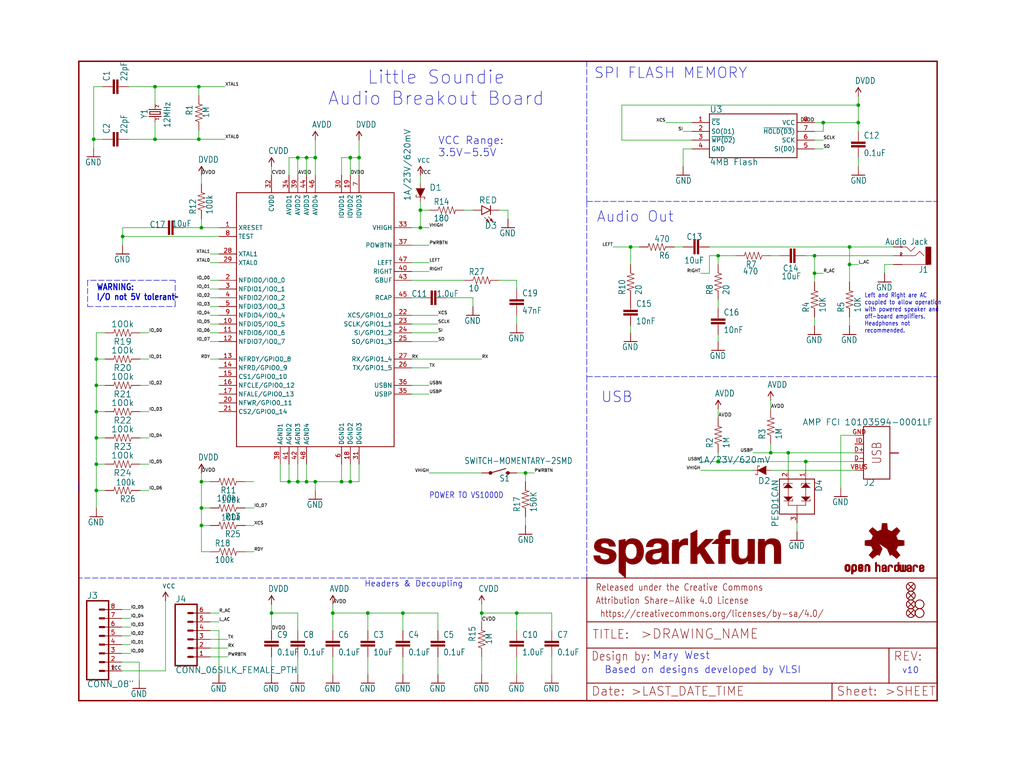
<source format=kicad_sch>
(kicad_sch (version 20211123) (generator eeschema)
  (paper "User" 297.002 223.926)
  (lib_symbols
    (symbol "eagleSchem-eagle-import:0.1UF-25V(+80{slash}-20%)(0603)"
      (property "Reference" "C" (at 1.524 2.921 0))
      (property "Value" "0.1UF-25V(+80{slash}-20%)(0603)" (at 1.524 -2.159 0))
      (symbol "0.1UF-25V(+80{slash}-20%)(0603)_1_0"
        (pin passive line (at 0 5.08 270) (length 2.54) (name "1") (number "1"))
        (pin passive line (at 0 -2.54 90) (length 2.54) (name "2") (number "2"))
      )
    )
    (symbol "eagleSchem-eagle-import:1.0UF-16V-10%(0603)"
      (property "Reference" "C" (at 1.524 2.921 0))
      (property "Value" "1.0UF-16V-10%(0603)" (at 1.524 -2.159 0))
      (symbol "1.0UF-16V-10%(0603)_1_0"
        (pin passive line (at 0 5.08 270) (length 2.54) (name "1") (number "1"))
        (pin passive line (at 0 -2.54 90) (length 2.54) (name "2") (number "2"))
      )
    )
    (symbol "eagleSchem-eagle-import:100KOHM-0603-1{slash}10W-1%"
      (property "Reference" "R" (at 0 1.524 0))
      (property "Value" "100KOHM-0603-1{slash}10W-1%" (at 0 -1.524 0))
      (symbol "100KOHM-0603-1{slash}10W-1%_1_0"
        (pin passive line (at -5.08 0 0) (length 2.54) (name "1") (number "1"))
        (pin passive line (at 5.08 0 180) (length 2.54) (name "2") (number "2"))
      )
    )
    (symbol "eagleSchem-eagle-import:100KOHM-1{slash}10W-1%(0603)"
      (property "Reference" "R" (at -3.81 1.4986 0))
      (property "Value" "100KOHM-1{slash}10W-1%(0603)" (at -3.81 -3.302 0))
      (symbol "100KOHM-1{slash}10W-1%(0603)_1_0"
        (pin passive line (at -5.08 0 0) (length 2.54) (name "1") (number "1"))
        (pin passive line (at 5.08 0 180) (length 2.54) (name "2") (number "2"))
      )
    )
    (symbol "eagleSchem-eagle-import:10KOHM-1{slash}10W-1%(0603)0603"
      (property "Reference" "R" (at -3.81 1.4986 0))
      (property "Value" "10KOHM-1{slash}10W-1%(0603)0603" (at -3.81 -3.302 0))
      (symbol "10KOHM-1{slash}10W-1%(0603)0603_1_0"
        (pin passive line (at -5.08 0 0) (length 2.54) (name "1") (number "1"))
        (pin passive line (at 5.08 0 180) (length 2.54) (name "2") (number "2"))
      )
    )
    (symbol "eagleSchem-eagle-import:10NF{slash}10000PF-50V-10%(0603)"
      (property "Reference" "C" (at 1.524 2.921 0))
      (property "Value" "10NF{slash}10000PF-50V-10%(0603)" (at 1.524 -2.159 0))
      (symbol "10NF{slash}10000PF-50V-10%(0603)_1_0"
        (pin passive line (at 0 5.08 270) (length 2.54) (name "1") (number "1"))
        (pin passive line (at 0 -2.54 90) (length 2.54) (name "2") (number "2"))
      )
    )
    (symbol "eagleSchem-eagle-import:10OHM-1{slash}10W-5%0603SMD"
      (property "Reference" "R" (at -3.81 1.4986 0))
      (property "Value" "10OHM-1{slash}10W-5%0603SMD" (at -3.81 -3.302 0))
      (symbol "10OHM-1{slash}10W-5%0603SMD_1_0"
        (pin passive line (at -5.08 0 0) (length 2.54) (name "1") (number "1"))
        (pin passive line (at 5.08 0 180) (length 2.54) (name "2") (number "2"))
      )
    )
    (symbol "eagleSchem-eagle-import:10UF-6.3V-20%(0603)"
      (property "Reference" "C" (at 1.524 2.921 0))
      (property "Value" "10UF-6.3V-20%(0603)" (at 1.524 -2.159 0))
      (symbol "10UF-6.3V-20%(0603)_1_0"
        (pin passive line (at 0 5.08 270) (length 2.54) (name "1") (number "1"))
        (pin passive line (at 0 -2.54 90) (length 2.54) (name "2") (number "2"))
      )
    )
    (symbol "eagleSchem-eagle-import:150KOHM1{slash}10W1%(0603)"
      (property "Reference" "R" (at -3.81 1.4986 0))
      (property "Value" "150KOHM1{slash}10W1%(0603)" (at -3.81 -3.302 0))
      (symbol "150KOHM1{slash}10W1%(0603)_1_0"
        (pin passive line (at -5.08 0 0) (length 2.54) (name "1") (number "1"))
        (pin passive line (at 5.08 0 180) (length 2.54) (name "2") (number "2"))
      )
    )
    (symbol "eagleSchem-eagle-import:180OHM1{slash}10W1%(0603)"
      (property "Reference" "R" (at -3.81 1.4986 0))
      (property "Value" "180OHM1{slash}10W1%(0603)" (at -3.81 -3.302 0))
      (symbol "180OHM1{slash}10W1%(0603)_1_0"
        (pin passive line (at -5.08 0 0) (length 2.54) (name "1") (number "1"))
        (pin passive line (at 5.08 0 180) (length 2.54) (name "2") (number "2"))
      )
    )
    (symbol "eagleSchem-eagle-import:1MOHM-1{slash}10W-1%(0603)"
      (property "Reference" "R" (at -3.81 1.4986 0))
      (property "Value" "1MOHM-1{slash}10W-1%(0603)" (at -3.81 -3.302 0))
      (symbol "1MOHM-1{slash}10W-1%(0603)_1_0"
        (pin passive line (at -5.08 0 0) (length 2.54) (name "1") (number "1"))
        (pin passive line (at 5.08 0 180) (length 2.54) (name "2") (number "2"))
      )
    )
    (symbol "eagleSchem-eagle-import:20OHM1{slash}10W1%(0603)SMD"
      (property "Reference" "R" (at -3.81 1.4986 0))
      (property "Value" "20OHM1{slash}10W1%(0603)SMD" (at -3.81 -3.302 0))
      (symbol "20OHM1{slash}10W1%(0603)SMD_1_0"
        (pin passive line (at -5.08 0 0) (length 2.54) (name "1") (number "1"))
        (pin passive line (at 5.08 0 180) (length 2.54) (name "2") (number "2"))
      )
    )
    (symbol "eagleSchem-eagle-import:22PF-50V-5%(0603)"
      (property "Reference" "C" (at 1.524 2.921 0))
      (property "Value" "22PF-50V-5%(0603)" (at 1.524 -2.159 0))
      (symbol "22PF-50V-5%(0603)_1_0"
        (pin passive line (at 0 5.08 270) (length 2.54) (name "1") (number "1"))
        (pin passive line (at 0 -2.54 90) (length 2.54) (name "2") (number "2"))
      )
    )
    (symbol "eagleSchem-eagle-import:470OHM1{slash}10W1%(0603)"
      (property "Reference" "R" (at -3.81 1.4986 0))
      (property "Value" "470OHM1{slash}10W1%(0603)" (at -3.81 -3.302 0))
      (symbol "470OHM1{slash}10W1%(0603)_1_0"
        (pin passive line (at -5.08 0 0) (length 2.54) (name "1") (number "1"))
        (pin passive line (at 5.08 0 180) (length 2.54) (name "2") (number "2"))
      )
    )
    (symbol "eagleSchem-eagle-import:47NF(0.047UF{slash}47000PF)-25V-5%(0603)SMD"
      (property "Reference" "C" (at 1.524 2.921 0))
      (property "Value" "47NF(0.047UF{slash}47000PF)-25V-5%(0603)SMD" (at 1.524 -2.159 0))
      (symbol "47NF(0.047UF{slash}47000PF)-25V-5%(0603)SMD_1_0"
        (pin passive line (at 0 5.08 270) (length 2.54) (name "1") (number "1"))
        (pin passive line (at 0 -2.54 90) (length 2.54) (name "2") (number "2"))
      )
    )
    (symbol "eagleSchem-eagle-import:AT25SF041"
      (property "Reference" "U" (at -10.16 7.874 0))
      (property "Value" "AT25SF041" (at -10.16 -5.334 0))
      (symbol "AT25SF041_1_0"
        (pin bidirectional line (at -15.24 5.08 0) (length 5.08) (name "~{CS}") (number "1"))
        (pin bidirectional line (at -15.24 2.54 0) (length 5.08) (name "SO(D1)") (number "2"))
        (pin bidirectional line (at -15.24 0 0) (length 5.08) (name "~{WP(D2})") (number "3"))
        (pin bidirectional line (at -15.24 -2.54 0) (length 5.08) (name "GND") (number "4"))
        (pin bidirectional line (at 20.32 -2.54 180) (length 5.08) (name "SI(D0)") (number "5"))
        (pin bidirectional line (at 20.32 0 180) (length 5.08) (name "SCK") (number "6"))
        (pin bidirectional line (at 20.32 2.54 180) (length 5.08) (name "~{HOLD(D3})") (number "7"))
        (pin bidirectional line (at 20.32 5.08 180) (length 5.08) (name "VCC") (number "8"))
      )
    )
    (symbol "eagleSchem-eagle-import:AUDIO-JACKSMD2"
      (property "Reference" "J" (at -5.08 3.048 0))
      (property "Value" "AUDIO-JACKSMD2" (at -5.08 -5.08 0))
      (symbol "AUDIO-JACKSMD2_1_0"
        (text "L" (at 2.286 -2.286 0) (effects (font (size 1.016 0.8636) (thickness 0.1727) bold) (justify left bottom)))
        (text "R" (at 2.286 0.254 0) (effects (font (size 1.016 0.8636) (thickness 0.1727) bold) (justify left bottom)))
        (pin bidirectional line (at 5.08 0 180) (length 2.54) (name "RIGHT") (number "RING"))
        (pin bidirectional line (at 5.08 2.54 180) (length 2.54) (name "SLEEVE") (number "SLEEVE"))
        (pin bidirectional line (at 5.08 -2.54 180) (length 2.54) (name "LEFT") (number "TIP"))
      )
    )
    (symbol "eagleSchem-eagle-import:CONN_06SILK_FEMALE_PTH"
      (property "Reference" "J" (at -5.08 10.668 0))
      (property "Value" "CONN_06SILK_FEMALE_PTH" (at -5.08 -9.906 0))
      (symbol "CONN_06SILK_FEMALE_PTH_1_0"
        (pin passive line (at 5.08 -5.08 180) (length 5.08) (name "1") (number "1"))
        (pin passive line (at 5.08 -2.54 180) (length 5.08) (name "2") (number "2"))
        (pin passive line (at 5.08 0 180) (length 5.08) (name "3") (number "3"))
        (pin passive line (at 5.08 2.54 180) (length 5.08) (name "4") (number "4"))
        (pin passive line (at 5.08 5.08 180) (length 5.08) (name "5") (number "5"))
        (pin passive line (at 5.08 7.62 180) (length 5.08) (name "6") (number "6"))
      )
    )
    (symbol "eagleSchem-eagle-import:CONN_08{dblquote}"
      (property "Reference" "J" (at -5.08 13.208 0))
      (property "Value" "CONN_08{dblquote}" (at -5.08 -12.446 0))
      (symbol "CONN_08{dblquote}_1_0"
        (pin passive line (at 5.08 -7.62 180) (length 5.08) (name "1") (number "1"))
        (pin passive line (at 5.08 -5.08 180) (length 5.08) (name "2") (number "2"))
        (pin passive line (at 5.08 -2.54 180) (length 5.08) (name "3") (number "3"))
        (pin passive line (at 5.08 0 180) (length 5.08) (name "4") (number "4"))
        (pin passive line (at 5.08 2.54 180) (length 5.08) (name "5") (number "5"))
        (pin passive line (at 5.08 5.08 180) (length 5.08) (name "6") (number "6"))
        (pin passive line (at 5.08 7.62 180) (length 5.08) (name "7") (number "7"))
        (pin passive line (at 5.08 10.16 180) (length 5.08) (name "8") (number "8"))
      )
    )
    (symbol "eagleSchem-eagle-import:CRYSTALCRYSTAL-SMD-5X3-12MHZ"
      (property "Reference" "Y" (at 2.54 1.016 0))
      (property "Value" "CRYSTALCRYSTAL-SMD-5X3-12MHZ" (at 2.54 -2.54 0))
      (symbol "CRYSTALCRYSTAL-SMD-5X3-12MHZ_1_0"
        (text "1" (at -2.159 -1.143 0) (effects (font (size 0.8636 0.734)) (justify left bottom)))
        (text "2" (at 1.524 -1.143 0) (effects (font (size 0.8636 0.734)) (justify left bottom)))
        (pin passive line (at -2.54 0 0) (length 0) (name "1") (number "1"))
        (pin passive line (at 2.54 0 180) (length 0) (name "2") (number "3"))
      )
    )
    (symbol "eagleSchem-eagle-import:DIODE-SCHOTTKY-BAT20J"
      (property "Reference" "D" (at -2.54 2.032 0))
      (property "Value" "DIODE-SCHOTTKY-BAT20J" (at -2.54 -2.032 0))
      (symbol "DIODE-SCHOTTKY-BAT20J_1_0"
        (pin passive line (at -2.54 0 0) (length 0) (name "A") (number "A"))
        (pin passive line (at 2.54 0 180) (length 0) (name "C") (number "C"))
      )
    )
    (symbol "eagleSchem-eagle-import:FIDUCIALUFIDUCIAL")
    (symbol "eagleSchem-eagle-import:FRAME-LETTER"
      (symbol "FRAME-LETTER_2_0"
        (text " https://creativecommons.org/licenses/by-sa/4.0/" (at 2.54 24.13 0) (effects (font (size 1.9304 1.6408)) (justify left bottom)))
        (text ">DRAWING_NAME" (at 15.494 17.78 0) (effects (font (size 2.7432 2.7432)) (justify left bottom)))
        (text ">LAST_DATE_TIME" (at 12.7 1.27 0) (effects (font (size 2.54 2.54)) (justify left bottom)))
        (text ">SHEET" (at 86.36 1.27 0) (effects (font (size 2.54 2.54)) (justify left bottom)))
        (text "Attribution Share-Alike 4.0 License" (at 2.54 27.94 0) (effects (font (size 1.9304 1.6408)) (justify left bottom)))
        (text "Date:" (at 1.27 1.27 0) (effects (font (size 2.54 2.54)) (justify left bottom)))
        (text "Design by:" (at 1.27 11.43 0) (effects (font (size 2.54 2.159)) (justify left bottom)))
        (text "Released under the Creative Commons" (at 2.54 31.75 0) (effects (font (size 1.9304 1.6408)) (justify left bottom)))
        (text "REV:" (at 88.9 11.43 0) (effects (font (size 2.54 2.54)) (justify left bottom)))
        (text "Sheet:" (at 72.39 1.27 0) (effects (font (size 2.54 2.54)) (justify left bottom)))
        (text "TITLE:" (at 1.524 17.78 0) (effects (font (size 2.54 2.54)) (justify left bottom)))
      )
    )
    (symbol "eagleSchem-eagle-import:GND" (power)
      (property "Value" "GND" (at -2.54 -2.54 0))
      (symbol "GND_1_0"
        (pin power_in line (at 0 2.54 270) (length 2.54) (name "GND") (number "1"))
      )
    )
    (symbol "eagleSchem-eagle-import:LED-RED0603"
      (property "Reference" "D" (at -3.429 -4.572 90))
      (property "Value" "LED-RED0603" (at 1.905 -4.572 90))
      (symbol "LED-RED0603_1_0"
        (pin passive line (at 0 2.54 270) (length 2.54) (name "A") (number "A"))
        (pin passive line (at 0 -5.08 90) (length 2.54) (name "C") (number "C"))
      )
    )
    (symbol "eagleSchem-eagle-import:OSHW-LOGOL")
    (symbol "eagleSchem-eagle-import:PESD1CAN"
      (property "Reference" "D" (at -5.08 5.334 0))
      (property "Value" "PESD1CAN" (at -5.08 -5.334 0))
      (symbol "PESD1CAN_1_0"
        (pin bidirectional line (at -7.62 2.54 0) (length 2.54) (name "1") (number "1"))
        (pin bidirectional line (at -7.62 -2.54 0) (length 2.54) (name "2") (number "2"))
        (pin bidirectional line (at 7.62 0 180) (length 2.54) (name "3") (number "3"))
      )
    )
    (symbol "eagleSchem-eagle-import:SFE_LOGO_NAME.1_INCH")
    (symbol "eagleSchem-eagle-import:STAND-OFFTIGHT")
    (symbol "eagleSchem-eagle-import:SWITCH-MOMENTARY-2SMD"
      (property "Reference" "S" (at -2.54 2.54 0))
      (property "Value" "SWITCH-MOMENTARY-2SMD" (at -2.54 -2.54 0))
      (symbol "SWITCH-MOMENTARY-2SMD_1_0"
        (pin passive line (at -5.08 0 0) (length 2.54) (name "1") (number "1"))
        (pin passive line (at 5.08 0 180) (length 2.54) (name "2") (number "3"))
      )
    )
    (symbol "eagleSchem-eagle-import:USB_MICRO-B_HALF_PTH"
      (property "Reference" "J" (at -2.54 7.62 0))
      (property "Value" "USB_MICRO-B_HALF_PTH" (at -2.54 -7.874 0))
      (symbol "USB_MICRO-B_HALF_PTH_1_0"
        (text "USB" (at 2.794 -3.302 900) (effects (font (size 2.54 2.159)) (justify left bottom)))
        (pin bidirectional line (at -5.08 0 0) (length 2.54) (name "D+") (number "D+"))
        (pin bidirectional line (at -5.08 2.54 0) (length 2.54) (name "D-") (number "D-"))
        (pin power_in line (at -5.08 -5.08 0) (length 2.54) (name "GND") (number "GND"))
        (pin bidirectional line (at -5.08 -2.54 0) (length 2.54) (name "ID") (number "ID"))
        (pin bidirectional line (at 7.62 0 180) (length 2.54) (name "SHIELD") (number "P$1"))
        (pin bidirectional line (at 7.62 0 180) (length 2.54) (name "SHIELD") (number "P$10"))
        (pin bidirectional line (at 7.62 0 180) (length 2.54) (name "SHIELD") (number "P$12"))
        (pin bidirectional line (at 7.62 0 180) (length 2.54) (name "SHIELD") (number "P$2"))
        (pin bidirectional line (at 7.62 0 180) (length 2.54) (name "SHIELD") (number "P$3"))
        (pin bidirectional line (at 7.62 0 180) (length 2.54) (name "SHIELD") (number "P$4"))
        (pin bidirectional line (at 7.62 0 180) (length 2.54) (name "SHIELD") (number "P$6"))
        (pin bidirectional line (at 7.62 0 180) (length 2.54) (name "SHIELD") (number "P$8"))
        (pin bidirectional line (at 7.62 0 180) (length 2.54) (name "SHIELD") (number "SHEILD2"))
        (pin bidirectional line (at 7.62 0 180) (length 2.54) (name "SHIELD") (number "SHIELD"))
        (pin bidirectional line (at 7.62 0 180) (length 2.54) (name "SHIELD") (number "SHIELD3"))
        (pin bidirectional line (at 7.62 0 180) (length 2.54) (name "SHIELD") (number "SHIELD4"))
        (pin power_in line (at -5.08 5.08 0) (length 2.54) (name "VBUS") (number "VBUS"))
      )
    )
    (symbol "eagleSchem-eagle-import:VCC" (power)
      (property "Value" "VCC" (at -1.016 3.556 0))
      (symbol "VCC_1_0"
        (pin power_in line (at 0 0 90) (length 2.54) (name "VCC") (number "1"))
      )
    )
    (symbol "eagleSchem-eagle-import:VS1000"
      (symbol "VS1000_1_0"
        (pin bidirectional line (at -15.24 30.48 0) (length 5.08) (name "XRESET") (number "1"))
        (pin bidirectional line (at -15.24 2.54 0) (length 5.08) (name "NFDIO5/IO0_5") (number "10"))
        (pin bidirectional line (at -15.24 0 0) (length 5.08) (name "NFDIO6/IO0_6") (number "11"))
        (pin bidirectional line (at -15.24 -2.54 0) (length 5.08) (name "NFDIO7/IO0_7") (number "12"))
        (pin bidirectional line (at -15.24 -7.62 0) (length 5.08) (name "NFRDY/GPIO0_8") (number "13"))
        (pin bidirectional line (at -15.24 -10.16 0) (length 5.08) (name "NFRD/GPIO0_9") (number "14"))
        (pin bidirectional line (at -15.24 -12.7 0) (length 5.08) (name "CS1/GPIO0_10") (number "15"))
        (pin bidirectional line (at -15.24 -15.24 0) (length 5.08) (name "NFCLE/GPIO0_12") (number "16"))
        (pin bidirectional line (at -15.24 -17.78 0) (length 5.08) (name "NFALE/GPIO0_13") (number "17"))
        (pin bidirectional line (at 22.86 -38.1 90) (length 5.08) (name "DGND2") (number "18"))
        (pin bidirectional line (at 22.86 45.72 270) (length 5.08) (name "IOVDD2") (number "19"))
        (pin bidirectional line (at -15.24 15.24 0) (length 5.08) (name "NFDIO0/IO0_0") (number "2"))
        (pin bidirectional line (at -15.24 -20.32 0) (length 5.08) (name "NFWR/GPIO0_11") (number "20"))
        (pin bidirectional line (at -15.24 -22.86 0) (length 5.08) (name "CS2/GPIO0_14") (number "21"))
        (pin bidirectional line (at 40.64 5.08 180) (length 5.08) (name "XCS/GPIO1_0") (number "22"))
        (pin bidirectional line (at 40.64 2.54 180) (length 5.08) (name "SCLK/GPIO1_1") (number "23"))
        (pin bidirectional line (at 40.64 0 180) (length 5.08) (name "SI/GPIO1_2") (number "24"))
        (pin bidirectional line (at 40.64 -2.54 180) (length 5.08) (name "SO/GPIO1_3") (number "25"))
        (pin bidirectional line (at 40.64 -10.16 180) (length 5.08) (name "TX/GPIO1_5") (number "26"))
        (pin bidirectional line (at 40.64 -7.62 180) (length 5.08) (name "RX/GPIO1_4") (number "27"))
        (pin bidirectional line (at -15.24 22.86 0) (length 5.08) (name "XTAL1") (number "28"))
        (pin bidirectional line (at -15.24 20.32 0) (length 5.08) (name "XTAL0") (number "29"))
        (pin bidirectional line (at -15.24 12.7 0) (length 5.08) (name "NFDIO1/IO0_1") (number "3"))
        (pin bidirectional line (at 20.32 45.72 270) (length 5.08) (name "IOVDD1") (number "30"))
        (pin bidirectional line (at 25.4 -38.1 90) (length 5.08) (name "DGND3") (number "31"))
        (pin bidirectional line (at 0 45.72 270) (length 5.08) (name "CVDD") (number "32"))
        (pin bidirectional line (at 40.64 30.48 180) (length 5.08) (name "VHIGH") (number "33"))
        (pin bidirectional line (at 5.08 45.72 270) (length 5.08) (name "AVDD1") (number "34"))
        (pin bidirectional line (at 40.64 -17.78 180) (length 5.08) (name "USBP") (number "35"))
        (pin bidirectional line (at 40.64 -15.24 180) (length 5.08) (name "USBN") (number "36"))
        (pin bidirectional line (at 40.64 25.4 180) (length 5.08) (name "POWBTN") (number "37"))
        (pin bidirectional line (at 2.54 -38.1 90) (length 5.08) (name "AGND1") (number "38"))
        (pin bidirectional line (at 7.62 45.72 270) (length 5.08) (name "AVDD2") (number "39"))
        (pin bidirectional line (at -15.24 10.16 0) (length 5.08) (name "NFDIO2/IO0_2") (number "4"))
        (pin bidirectional line (at 40.64 17.78 180) (length 5.08) (name "RIGHT") (number "40"))
        (pin bidirectional line (at 5.08 -38.1 90) (length 5.08) (name "AGND2") (number "41"))
        (pin bidirectional line (at 7.62 -38.1 90) (length 5.08) (name "AGND3") (number "42"))
        (pin bidirectional line (at 40.64 15.24 180) (length 5.08) (name "GBUF") (number "43"))
        (pin bidirectional line (at 10.16 45.72 270) (length 5.08) (name "AVDD3") (number "44"))
        (pin bidirectional line (at 40.64 10.16 180) (length 5.08) (name "RCAP") (number "45"))
        (pin bidirectional line (at 12.7 45.72 270) (length 5.08) (name "AVDD4") (number "46"))
        (pin bidirectional line (at 40.64 20.32 180) (length 5.08) (name "LEFT") (number "47"))
        (pin bidirectional line (at 10.16 -38.1 90) (length 5.08) (name "AGND4") (number "48"))
        (pin bidirectional line (at -15.24 7.62 0) (length 5.08) (name "NFDIO3/IO0_3") (number "5"))
        (pin bidirectional line (at 20.32 -38.1 90) (length 5.08) (name "DGND1") (number "6"))
        (pin bidirectional line (at 25.4 45.72 270) (length 5.08) (name "IOVDD3") (number "7"))
        (pin bidirectional line (at -15.24 27.94 0) (length 5.08) (name "TEST") (number "8"))
        (pin bidirectional line (at -15.24 5.08 0) (length 5.08) (name "NFDIO4/IO0_4") (number "9"))
      )
    )
  )
  (junction (at 248.92 30.48))
  (junction (at 78.74 177.8))
  (junction (at 246.38 76.708))
  (junction (at 58.42 66.04))
  (junction (at 27.94 134.62))
  (junction (at 27.94 142.24))
  (junction (at 121.92 60.96))
  (junction (at 58.42 139.7))
  (junction (at 86.36 139.7))
  (junction (at 96.52 177.8))
  (junction (at 88.9 139.7))
  (junction (at 44.958 40.386))
  (junction (at 238.76 35.56))
  (junction (at 27.94 119.38))
  (junction (at 83.82 139.7))
  (junction (at 152.4 137.16))
  (junction (at 104.14 45.72))
  (junction (at 91.44 139.7))
  (junction (at 91.44 45.72))
  (junction (at 88.9 45.72))
  (junction (at 35.56 68.58))
  (junction (at 139.7 177.8))
  (junction (at 101.6 139.7))
  (junction (at 57.658 40.386))
  (junction (at 99.06 139.7))
  (junction (at 236.22 74.168))
  (junction (at 228.6 131.318))
  (junction (at 248.92 35.56))
  (junction (at 27.94 127))
  (junction (at 101.6 45.72))
  (junction (at 182.88 71.628))
  (junction (at 27.94 111.76))
  (junction (at 121.92 66.04))
  (junction (at 116.84 177.8))
  (junction (at 58.42 147.32))
  (junction (at 44.958 25.146))
  (junction (at 233.68 133.858))
  (junction (at 208.28 133.858))
  (junction (at 27.178 40.386))
  (junction (at 57.658 25.146))
  (junction (at 58.42 152.4))
  (junction (at 236.22 79.248))
  (junction (at 106.68 177.8))
  (junction (at 246.38 71.628))
  (junction (at 208.28 74.168))
  (junction (at 86.36 45.72))
  (junction (at 149.86 177.8))
  (junction (at 223.52 131.318))
  (junction (at 27.94 104.14))
  (wire (pts (xy 236.22 43.18) (xy 238.76 43.18)))
  (wire (pts (xy 127 177.8) (xy 116.84 177.8)))
  (wire (pts (xy 45.72 66.04) (xy 35.56 66.04)))
  (polyline (pts (xy 50.8 81.28) (xy 25.4 81.28)))
  (wire (pts (xy 152.4 137.16) (xy 152.4 139.7)))
  (wire (pts (xy 53.34 66.04) (xy 58.42 66.04)))
  (wire (pts (xy 208.28 74.168) (xy 208.28 76.708)))
  (wire (pts (xy 124.46 114.3) (xy 119.38 114.3)))
  (wire (pts (xy 256.54 79.248) (xy 256.54 76.708)))
  (wire (pts (xy 86.36 139.7) (xy 83.82 139.7)))
  (wire (pts (xy 27.94 127) (xy 27.94 134.62)))
  (wire (pts (xy 127 177.8) (xy 127 182.88)))
  (polyline (pts (xy 22.86 142.24) (xy 22.86 139.7)))
  (wire (pts (xy 200.66 43.18) (xy 198.12 43.18)))
  (wire (pts (xy 63.5 81.28) (xy 60.96 81.28)))
  (wire (pts (xy 86.36 50.8) (xy 86.36 45.72)))
  (wire (pts (xy 137.16 86.36) (xy 137.16 88.9)))
  (wire (pts (xy 35.306 194.564) (xy 48.006 194.564)))
  (wire (pts (xy 238.76 35.56) (xy 248.92 35.56)))
  (polyline (pts (xy 25.4 81.28) (xy 25.4 88.9)))
  (wire (pts (xy 149.86 195.58) (xy 149.86 190.5)))
  (wire (pts (xy 104.14 50.8) (xy 104.14 45.72)))
  (wire (pts (xy 35.306 176.784) (xy 37.846 176.784)))
  (wire (pts (xy 58.42 160.02) (xy 58.42 152.4)))
  (wire (pts (xy 60.96 180.34) (xy 63.5 180.34)))
  (wire (pts (xy 208.28 121.158) (xy 208.28 118.618)))
  (wire (pts (xy 96.52 175.26) (xy 96.52 177.8)))
  (wire (pts (xy 40.64 134.62) (xy 43.18 134.62)))
  (wire (pts (xy 91.44 50.8) (xy 91.44 45.72)))
  (wire (pts (xy 57.658 25.146) (xy 65.278 25.146)))
  (wire (pts (xy 40.64 111.76) (xy 43.18 111.76)))
  (wire (pts (xy 99.06 134.62) (xy 99.06 139.7)))
  (wire (pts (xy 119.38 106.68) (xy 124.46 106.68)))
  (wire (pts (xy 86.36 45.72) (xy 83.82 45.72)))
  (wire (pts (xy 205.74 79.248) (xy 205.74 74.168)))
  (wire (pts (xy 200.66 35.56) (xy 193.04 35.56)))
  (wire (pts (xy 243.84 126.238) (xy 243.84 141.478)))
  (wire (pts (xy 44.958 40.386) (xy 37.338 40.386)))
  (wire (pts (xy 27.178 40.386) (xy 29.718 40.386)))
  (wire (pts (xy 78.74 177.8) (xy 78.74 175.26)))
  (wire (pts (xy 63.5 66.04) (xy 58.42 66.04)))
  (wire (pts (xy 27.94 142.24) (xy 27.94 147.32)))
  (wire (pts (xy 63.5 93.98) (xy 60.96 93.98)))
  (wire (pts (xy 30.48 134.62) (xy 27.94 134.62)))
  (wire (pts (xy 63.5 76.2) (xy 60.96 76.2)))
  (wire (pts (xy 86.36 177.8) (xy 78.74 177.8)))
  (wire (pts (xy 139.7 104.14) (xy 119.38 104.14)))
  (wire (pts (xy 248.92 35.56) (xy 248.92 30.48)))
  (wire (pts (xy 101.6 139.7) (xy 99.06 139.7)))
  (wire (pts (xy 88.9 134.62) (xy 88.9 139.7)))
  (wire (pts (xy 134.62 81.28) (xy 119.38 81.28)))
  (wire (pts (xy 30.48 111.76) (xy 27.94 111.76)))
  (wire (pts (xy 185.42 71.628) (xy 182.88 71.628)))
  (wire (pts (xy 63.5 182.88) (xy 63.5 195.58)))
  (wire (pts (xy 99.06 50.8) (xy 99.06 45.72)))
  (wire (pts (xy 63.5 91.44) (xy 60.96 91.44)))
  (wire (pts (xy 139.7 190.5) (xy 139.7 195.58)))
  (wire (pts (xy 139.7 137.16) (xy 124.46 137.16)))
  (wire (pts (xy 91.44 139.7) (xy 88.9 139.7)))
  (wire (pts (xy 180.34 30.48) (xy 248.92 30.48)))
  (wire (pts (xy 91.44 45.72) (xy 91.44 40.64)))
  (wire (pts (xy 213.36 74.168) (xy 208.28 74.168)))
  (wire (pts (xy 247.904 136.398) (xy 223.52 136.398)))
  (wire (pts (xy 208.28 89.408) (xy 208.28 86.868)))
  (wire (pts (xy 83.82 139.7) (xy 81.28 139.7)))
  (wire (pts (xy 182.88 71.628) (xy 177.8 71.628)))
  (wire (pts (xy 91.44 45.72) (xy 88.9 45.72)))
  (wire (pts (xy 247.904 133.858) (xy 233.68 133.858)))
  (wire (pts (xy 121.92 58.42) (xy 121.92 60.96)))
  (wire (pts (xy 182.88 71.628) (xy 182.88 76.708)))
  (wire (pts (xy 180.34 40.64) (xy 180.34 30.48)))
  (wire (pts (xy 106.68 177.8) (xy 96.52 177.8)))
  (wire (pts (xy 99.06 45.72) (xy 101.6 45.72)))
  (wire (pts (xy 121.92 66.04) (xy 119.38 66.04)))
  (wire (pts (xy 60.96 147.32) (xy 58.42 147.32)))
  (wire (pts (xy 63.5 83.82) (xy 60.96 83.82)))
  (wire (pts (xy 182.88 94.488) (xy 182.88 96.52)))
  (wire (pts (xy 27.94 111.76) (xy 27.94 119.38)))
  (wire (pts (xy 119.38 86.36) (xy 121.92 86.36)))
  (wire (pts (xy 248.92 48.26) (xy 248.92 45.72)))
  (wire (pts (xy 71.12 152.4) (xy 73.66 152.4)))
  (wire (pts (xy 149.86 81.28) (xy 144.78 81.28)))
  (wire (pts (xy 63.5 88.9) (xy 60.96 88.9)))
  (wire (pts (xy 205.74 74.168) (xy 208.28 74.168)))
  (wire (pts (xy 30.48 142.24) (xy 27.94 142.24)))
  (wire (pts (xy 48.006 194.564) (xy 48.006 174.244)))
  (wire (pts (xy 147.32 60.96) (xy 147.32 63.5)))
  (wire (pts (xy 40.64 119.38) (xy 43.18 119.38)))
  (wire (pts (xy 63.5 86.36) (xy 60.96 86.36)))
  (wire (pts (xy 58.42 66.04) (xy 58.42 63.5)))
  (wire (pts (xy 160.02 177.8) (xy 149.86 177.8)))
  (wire (pts (xy 57.658 40.386) (xy 65.278 40.386)))
  (wire (pts (xy 236.22 38.1) (xy 238.76 38.1)))
  (polyline (pts (xy 170.18 17.78) (xy 170.18 58.42)))
  (wire (pts (xy 236.22 94.488) (xy 236.22 91.948)))
  (wire (pts (xy 116.84 177.8) (xy 106.68 177.8)))
  (wire (pts (xy 124.46 71.12) (xy 119.38 71.12)))
  (wire (pts (xy 57.658 40.386) (xy 57.658 37.846)))
  (wire (pts (xy 57.658 25.146) (xy 57.658 27.686)))
  (wire (pts (xy 139.7 180.34) (xy 139.7 177.8)))
  (wire (pts (xy 60.96 160.02) (xy 58.42 160.02)))
  (wire (pts (xy 101.6 50.8) (xy 101.6 45.72)))
  (wire (pts (xy 246.38 81.788) (xy 246.38 76.708)))
  (wire (pts (xy 256.54 76.708) (xy 259.08 76.708)))
  (wire (pts (xy 71.12 139.7) (xy 73.66 139.7)))
  (wire (pts (xy 86.36 182.88) (xy 86.36 177.8)))
  (wire (pts (xy 134.62 60.96) (xy 137.16 60.96)))
  (wire (pts (xy 35.306 184.404) (xy 37.846 184.404)))
  (wire (pts (xy 40.64 104.14) (xy 43.18 104.14)))
  (wire (pts (xy 60.96 177.8) (xy 63.5 177.8)))
  (wire (pts (xy 198.12 43.18) (xy 198.12 48.26)))
  (wire (pts (xy 30.48 104.14) (xy 27.94 104.14)))
  (wire (pts (xy 226.06 74.168) (xy 223.52 74.168)))
  (wire (pts (xy 40.64 96.52) (xy 43.18 96.52)))
  (wire (pts (xy 104.14 134.62) (xy 104.14 139.7)))
  (wire (pts (xy 248.92 30.48) (xy 248.92 27.94)))
  (wire (pts (xy 99.06 139.7) (xy 91.44 139.7)))
  (wire (pts (xy 246.38 76.708) (xy 248.92 76.708)))
  (wire (pts (xy 63.5 73.66) (xy 60.96 73.66)))
  (wire (pts (xy 200.66 40.64) (xy 180.34 40.64)))
  (wire (pts (xy 104.14 45.72) (xy 101.6 45.72)))
  (wire (pts (xy 35.306 179.324) (xy 37.846 179.324)))
  (wire (pts (xy 236.22 35.56) (xy 238.76 35.56)))
  (wire (pts (xy 149.86 137.16) (xy 152.4 137.16)))
  (wire (pts (xy 30.48 96.52) (xy 27.94 96.52)))
  (wire (pts (xy 58.42 152.4) (xy 60.96 152.4)))
  (wire (pts (xy 208.28 133.858) (xy 208.28 131.318)))
  (wire (pts (xy 27.94 104.14) (xy 27.94 111.76)))
  (wire (pts (xy 27.178 42.926) (xy 27.178 40.386)))
  (polyline (pts (xy 170.18 58.42) (xy 271.78 58.42)))
  (wire (pts (xy 228.6 136.398) (xy 228.6 131.318)))
  (wire (pts (xy 231.14 151.638) (xy 231.14 154.178)))
  (wire (pts (xy 71.12 147.32) (xy 73.66 147.32)))
  (wire (pts (xy 63.5 99.06) (xy 60.96 99.06)))
  (wire (pts (xy 233.68 133.858) (xy 208.28 133.858)))
  (wire (pts (xy 60.96 187.96) (xy 66.04 187.96)))
  (polyline (pts (xy 170.18 167.64) (xy 22.86 167.64)))
  (wire (pts (xy 78.74 182.88) (xy 78.74 177.8)))
  (wire (pts (xy 228.6 131.318) (xy 223.52 131.318)))
  (wire (pts (xy 88.9 45.72) (xy 86.36 45.72)))
  (wire (pts (xy 149.86 91.44) (xy 149.86 93.98)))
  (wire (pts (xy 104.14 139.7) (xy 101.6 139.7)))
  (wire (pts (xy 247.904 126.238) (xy 243.84 126.238)))
  (wire (pts (xy 121.92 60.96) (xy 121.92 66.04)))
  (wire (pts (xy 35.306 189.484) (xy 37.846 189.484)))
  (wire (pts (xy 152.4 137.16) (xy 154.94 137.16)))
  (wire (pts (xy 223.52 131.318) (xy 223.52 128.778)))
  (wire (pts (xy 236.22 79.248) (xy 238.76 79.248)))
  (wire (pts (xy 44.958 25.146) (xy 57.658 25.146)))
  (wire (pts (xy 144.78 60.96) (xy 147.32 60.96)))
  (wire (pts (xy 35.56 66.04) (xy 35.56 68.58)))
  (wire (pts (xy 127 96.52) (xy 119.38 96.52)))
  (wire (pts (xy 88.9 50.8) (xy 88.9 45.72)))
  (wire (pts (xy 60.96 182.88) (xy 63.5 182.88)))
  (wire (pts (xy 44.958 30.226) (xy 44.958 25.146)))
  (wire (pts (xy 63.5 96.52) (xy 60.96 96.52)))
  (wire (pts (xy 116.84 177.8) (xy 116.84 182.88)))
  (wire (pts (xy 208.28 97.028) (xy 208.28 99.06)))
  (wire (pts (xy 124.46 111.76) (xy 119.38 111.76)))
  (wire (pts (xy 78.74 50.8) (xy 78.74 48.26)))
  (wire (pts (xy 29.718 25.146) (xy 27.178 25.146)))
  (wire (pts (xy 223.52 118.618) (xy 223.52 116.078)))
  (polyline (pts (xy 25.4 88.9) (xy 50.8 88.9)))
  (wire (pts (xy 218.44 136.398) (xy 203.2 136.398)))
  (wire (pts (xy 127 93.98) (xy 119.38 93.98)))
  (wire (pts (xy 106.68 177.8) (xy 106.68 182.88)))
  (wire (pts (xy 27.94 119.38) (xy 27.94 127)))
  (wire (pts (xy 35.306 192.024) (xy 40.386 192.024)))
  (wire (pts (xy 44.958 35.306) (xy 44.958 40.386)))
  (wire (pts (xy 127 195.58) (xy 127 190.5)))
  (wire (pts (xy 127 99.06) (xy 119.38 99.06)))
  (wire (pts (xy 200.66 38.1) (xy 198.12 38.1)))
  (wire (pts (xy 83.82 134.62) (xy 83.82 139.7)))
  (wire (pts (xy 121.92 60.96) (xy 124.46 60.96)))
  (polyline (pts (xy 170.18 58.42) (xy 170.18 109.22)))
  (wire (pts (xy 149.86 177.8) (xy 139.7 177.8)))
  (wire (pts (xy 236.22 81.788) (xy 236.22 79.248)))
  (wire (pts (xy 27.94 96.52) (xy 27.94 104.14)))
  (wire (pts (xy 129.54 86.36) (xy 137.16 86.36)))
  (wire (pts (xy 203.2 79.248) (xy 205.74 79.248)))
  (wire (pts (xy 236.22 40.64) (xy 238.76 40.64)))
  (wire (pts (xy 116.84 195.58) (xy 116.84 190.5)))
  (wire (pts (xy 35.306 181.864) (xy 37.846 181.864)))
  (wire (pts (xy 35.56 68.58) (xy 35.56 71.12)))
  (wire (pts (xy 27.178 25.146) (xy 27.178 40.386)))
  (wire (pts (xy 30.48 119.38) (xy 27.94 119.38)))
  (wire (pts (xy 35.306 186.944) (xy 37.846 186.944)))
  (wire (pts (xy 81.28 134.62) (xy 81.28 139.7)))
  (wire (pts (xy 233.68 136.398) (xy 233.68 133.858)))
  (wire (pts (xy 104.14 45.72) (xy 104.14 40.64)))
  (wire (pts (xy 259.08 74.168) (xy 236.22 74.168)))
  (wire (pts (xy 58.42 137.16) (xy 58.42 139.7)))
  (wire (pts (xy 236.22 79.248) (xy 236.22 74.168)))
  (wire (pts (xy 86.36 195.58) (xy 86.36 190.5)))
  (wire (pts (xy 106.68 195.58) (xy 106.68 190.5)))
  (wire (pts (xy 246.38 91.948) (xy 246.38 94.488)))
  (wire (pts (xy 248.92 35.56) (xy 248.92 38.1)))
  (wire (pts (xy 121.92 50.8) (xy 121.92 53.34)))
  (wire (pts (xy 96.52 177.8) (xy 96.52 182.88)))
  (wire (pts (xy 246.38 71.628) (xy 259.08 71.628)))
  (wire (pts (xy 63.5 104.14) (xy 60.96 104.14)))
  (wire (pts (xy 40.386 192.024) (xy 40.386 197.104)))
  (wire (pts (xy 83.82 45.72) (xy 83.82 50.8)))
  (wire (pts (xy 246.38 76.708) (xy 246.38 71.628)))
  (wire (pts (xy 44.958 40.386) (xy 57.658 40.386)))
  (wire (pts (xy 86.36 134.62) (xy 86.36 139.7)))
  (wire (pts (xy 124.46 76.2) (xy 119.38 76.2)))
  (wire (pts (xy 60.96 139.7) (xy 58.42 139.7)))
  (wire (pts (xy 152.4 152.4) (xy 152.4 149.86)))
  (wire (pts (xy 119.38 91.44) (xy 127 91.44)))
  (wire (pts (xy 60.96 185.42) (xy 66.04 185.42)))
  (wire (pts (xy 91.44 139.7) (xy 91.44 142.24)))
  (wire (pts (xy 238.76 38.1) (xy 238.76 35.56)))
  (wire (pts (xy 101.6 134.62) (xy 101.6 139.7)))
  (wire (pts (xy 40.64 142.24) (xy 43.18 142.24)))
  (wire (pts (xy 160.02 182.88) (xy 160.02 177.8)))
  (wire (pts (xy 60.96 190.5) (xy 66.04 190.5)))
  (wire (pts (xy 205.74 71.628) (xy 246.38 71.628)))
  (wire (pts (xy 58.42 50.8) (xy 58.42 53.34)))
  (wire (pts (xy 198.12 71.628) (xy 195.58 71.628)))
  (wire (pts (xy 78.74 195.58) (xy 78.74 190.5)))
  (wire (pts (xy 223.52 131.318) (xy 218.44 131.318)))
  (wire (pts (xy 124.46 78.74) (xy 119.38 78.74)))
  (wire (pts (xy 96.52 195.58) (xy 96.52 190.5)))
  (wire (pts (xy 247.904 131.318) (xy 228.6 131.318)))
  (wire (pts (xy 208.28 133.858) (xy 203.2 133.858)))
  (wire (pts (xy 139.7 177.8) (xy 139.7 175.26)))
  (wire (pts (xy 124.46 66.04) (xy 121.92 66.04)))
  (polyline (pts (xy 50.8 88.9) (xy 50.8 81.28)))
  (polyline (pts (xy 170.18 109.22) (xy 170.18 167.64)))
  (wire (pts (xy 44.958 25.146) (xy 37.338 25.146)))
  (wire (pts (xy 40.64 127) (xy 43.18 127)))
  (wire (pts (xy 236.22 74.168) (xy 233.68 74.168)))
  (wire (pts (xy 149.86 177.8) (xy 149.86 182.88)))
  (wire (pts (xy 73.66 160.02) (xy 71.12 160.02)))
  (wire (pts (xy 149.86 83.82) (xy 149.86 81.28)))
  (wire (pts (xy 88.9 139.7) (xy 86.36 139.7)))
  (wire (pts (xy 30.48 127) (xy 27.94 127)))
  (wire (pts (xy 58.42 139.7) (xy 58.42 147.32)))
  (wire (pts (xy 58.42 147.32) (xy 58.42 152.4)))
  (wire (pts (xy 27.94 134.62) (xy 27.94 142.24)))
  (wire (pts (xy 63.5 68.58) (xy 35.56 68.58)))
  (wire (pts (xy 160.02 195.58) (xy 160.02 190.5)))
  (polyline (pts (xy 170.18 109.22) (xy 271.78 109.22)))
  (text "Little Soundie\nAudio Breakout Board" (at 126.492 25.654 180) (effects (font (size 3.81 3.81))))
  (text "POWER TO VS1000D" (at 124.46 144.78 180) (effects (font (size 1.6764 1.4249)) (justify left bottom)))
  (text "Based on designs developed by VLSI" (at 175.26 195.58 180) (effects (font (size 2.032 2.032)) (justify left bottom)))
  (text "SPI FLASH MEMORY" (at 172.212 23.114 180) (effects (font (size 3.048 3.048)) (justify left bottom)))
  (text "Mary West" (at 189.23 191.516 180) (effects (font (size 2.1844 2.1844)) (justify left bottom)))
  (text "v10" (at 261.62 195.58 180) (effects (font (size 1.778 1.778)) (justify left bottom)))
  (text "Left and Right are AC\ncoupled to allow operation\nwith powered speaker and\noff-board amplifiers.\nHeadphones not\nrecommended." (at 250.698 96.774 0) (effects (font (size 1.27 1.0795)) (justify left bottom)))
  (text "VCC Range:\n3.5V-5.5V" (at 127 45.72 180) (effects (font (size 2.1844 2.1844)) (justify left bottom)))
  (text "USB" (at 174.244 117.094 180) (effects (font (size 3.048 3.048)) (justify left bottom)))
  (text "WARNING:\nI/O not 5V tolerant~" (at 27.94 87.376 180) (effects (font (size 1.778 1.5113) (thickness 0.3023) bold) (justify left bottom)))
  (text "Audio Out" (at 172.974 64.77 180) (effects (font (size 3.048 3.048)) (justify left bottom)))
  (text "Headers & Decoupling" (at 105.664 170.434 180) (effects (font (size 1.6764 1.6764)) (justify left bottom)))
  (label "DVDD" (at 101.6 50.8 0) (effects (font (size 1.016 1.016))))
  (label "PWRBTN" (at 124.46 71.12 0) (effects (font (size 0.889 0.889))))
  (label "R_AC" (at 238.76 79.248 0) (effects (font (size 0.889 0.889))))
  (label "USBP" (at 218.44 131.318 180) (effects (font (size 0.889 0.889))))
  (label "XTAL0" (at 65.278 40.386 0) (effects (font (size 0.889 0.889))))
  (label "PWRBTN" (at 154.94 137.16 0) (effects (font (size 0.889 0.889))))
  (label "VCC" (at 35.306 194.564 180) (effects (font (size 1.016 1.016))))
  (label "XCS" (at 73.66 152.4 0) (effects (font (size 0.889 0.889))))
  (label "R_AC" (at 63.5 177.8 0) (effects (font (size 0.889 0.889))))
  (label "IO_05" (at 43.18 134.62 0) (effects (font (size 0.889 0.889))))
  (label "IO_02" (at 43.18 111.76 0) (effects (font (size 0.889 0.889))))
  (label "IO_01" (at 43.18 104.14 0) (effects (font (size 0.889 0.889))))
  (label "SI" (at 198.12 38.1 180) (effects (font (size 0.889 0.889))))
  (label "DVDD" (at 236.22 35.56 180) (effects (font (size 1.016 1.016))))
  (label "IO_04" (at 43.18 127 0) (effects (font (size 0.889 0.889))))
  (label "RDY" (at 73.66 160.02 0) (effects (font (size 0.889 0.889))))
  (label "VHIGH" (at 203.2 136.398 180) (effects (font (size 0.889 0.889))))
  (label "VCC" (at 121.92 50.8 0) (effects (font (size 1.016 1.016))))
  (label "XTAL1" (at 60.96 73.66 180) (effects (font (size 0.889 0.889))))
  (label "SO" (at 127 99.06 0) (effects (font (size 0.889 0.889))))
  (label "XCS" (at 193.04 35.56 180) (effects (font (size 0.889 0.889))))
  (label "SO" (at 238.76 43.18 0) (effects (font (size 0.889 0.889))))
  (label "IO_04" (at 60.96 91.44 180) (effects (font (size 0.889 0.889))))
  (label "LEFT" (at 124.46 76.2 0) (effects (font (size 0.889 0.889))))
  (label "RIGHT" (at 203.2 79.248 180) (effects (font (size 0.889 0.889))))
  (label "IO_05" (at 60.96 93.98 180) (effects (font (size 0.889 0.889))))
  (label "IO_03" (at 37.846 181.864 0) (effects (font (size 0.889 0.889))))
  (label "XTAL1" (at 65.278 25.146 0) (effects (font (size 0.889 0.889))))
  (label "PWRBTN" (at 66.04 190.5 0) (effects (font (size 0.889 0.889))))
  (label "RDY" (at 60.96 104.14 180) (effects (font (size 0.889 0.889))))
  (label "USBP" (at 124.46 114.3 0) (effects (font (size 0.889 0.889))))
  (label "IO_04" (at 37.846 179.324 0) (effects (font (size 0.889 0.889))))
  (label "VHIGH" (at 124.46 137.16 180) (effects (font (size 0.889 0.889))))
  (label "DVDD" (at 58.42 137.16 0) (effects (font (size 1.016 1.016))))
  (label "LEFT" (at 177.8 71.628 180) (effects (font (size 0.889 0.889))))
  (label "IO_01" (at 37.846 186.944 0) (effects (font (size 0.889 0.889))))
  (label "DVDD" (at 78.74 182.88 0) (effects (font (size 1.016 1.016))))
  (label "AVDD" (at 86.36 50.8 0) (effects (font (size 1.016 1.016))))
  (label "RIGHT" (at 124.46 78.74 0) (effects (font (size 0.889 0.889))))
  (label "IO_01" (at 60.96 83.82 180) (effects (font (size 0.889 0.889))))
  (label "SCLK" (at 127 93.98 0) (effects (font (size 0.889 0.889))))
  (label "XTAL0" (at 60.96 76.2 180) (effects (font (size 0.889 0.889))))
  (label "USBN" (at 203.2 133.858 180) (effects (font (size 0.889 0.889))))
  (label "XCS" (at 127 91.44 0) (effects (font (size 0.889 0.889))))
  (label "IO_00" (at 60.96 81.28 180) (effects (font (size 0.889 0.889))))
  (label "IO_00" (at 43.18 96.52 0) (effects (font (size 0.889 0.889))))
  (label "IO_00" (at 37.846 189.484 0) (effects (font (size 0.889 0.889))))
  (label "IO_05" (at 37.846 176.784 0) (effects (font (size 0.889 0.889))))
  (label "IO_06" (at 43.18 142.24 0) (effects (font (size 0.889 0.889))))
  (label "AVDD" (at 223.52 118.618 0) (effects (font (size 1.016 1.016))))
  (label "AVDD" (at 208.28 121.158 0) (effects (font (size 1.016 1.016))))
  (label "RX" (at 139.7 104.14 0) (effects (font (size 0.889 0.889))))
  (label "CVDD" (at 78.74 50.8 0) (effects (font (size 1.016 1.016))))
  (label "AVDD" (at 96.52 175.26 0) (effects (font (size 1.016 1.016))))
  (label "IO_07" (at 73.66 147.32 0) (effects (font (size 0.889 0.889))))
  (label "IO_02" (at 37.846 184.404 0) (effects (font (size 0.889 0.889))))
  (label "IO_02" (at 60.96 86.36 180) (effects (font (size 0.889 0.889))))
  (label "SCLK" (at 238.76 40.64 0) (effects (font (size 0.889 0.889))))
  (label "TX" (at 66.04 185.42 0) (effects (font (size 0.889 0.889))))
  (label "CVDD" (at 139.7 180.34 0) (effects (font (size 1.016 1.016))))
  (label "L_AC" (at 63.5 180.34 0) (effects (font (size 0.889 0.889))))
  (label "USBN" (at 124.46 111.76 0) (effects (font (size 0.889 0.889))))
  (label "DVDD" (at 58.42 50.8 0) (effects (font (size 1.016 1.016))))
  (label "TX" (at 124.46 106.68 0) (effects (font (size 0.889 0.889))))
  (label "IO_03" (at 60.96 88.9 180) (effects (font (size 0.889 0.889))))
  (label "RX" (at 119.38 104.14 0) (effects (font (size 0.889 0.889))))
  (label "SI" (at 127 96.52 0) (effects (font (size 0.889 0.889))))
  (label "IO_07" (at 60.96 99.06 180) (effects (font (size 0.889 0.889))))
  (label "L_AC" (at 248.92 76.708 0) (effects (font (size 0.889 0.889))))
  (label "VHIGH" (at 124.46 66.04 0) (effects (font (size 0.889 0.889))))
  (label "IO_06" (at 60.96 96.52 180) (effects (font (size 0.889 0.889))))
  (label "RX" (at 66.04 187.96 0) (effects (font (size 0.889 0.889))))
  (label "IO_03" (at 43.18 119.38 0) (effects (font (size 0.889 0.889))))
  (symbol (lib_id "eagleSchem-eagle-import:VCC") (at 48.006 174.244 0) (unit 1)
    (property "Reference" "#SUPPLY6" (effects hide))
    (property "Value" "vcc" (at 46.99 170.688 0) (effects (font (size 1.778 1.5113)) (justify left bottom)))
    (property "Footprint" "eagleSchem:" (effects hide))
  )
  (symbol (lib_id "eagleSchem-eagle-import:10OHM-1{slash}10W-5%0603SMD") (at 139.7 81.28 0) (unit 1)
    (property "Reference" "R27" (at 135.89 79.7814 0) (effects (font (size 1.778 1.5113)) (justify left bottom)))
    (property "Value" "10" (at 135.89 84.582 0) (effects (font (size 1.778 1.5113)) (justify left bottom)))
    (property "Footprint" "eagleSchem:0603-RES" (effects hide))
  )
  (symbol (lib_id "eagleSchem-eagle-import:0.1UF-25V(+80{slash}-20%)(0603)") (at 96.52 187.96 0) (unit 1)
    (property "Reference" "C6" (at 98.044 185.039 0) (effects (font (size 1.778 1.5113)) (justify left bottom)))
    (property "Value" "0.1uF" (at 98.044 190.119 0) (effects (font (size 1.778 1.5113)) (justify left bottom)))
    (property "Footprint" "eagleSchem:0603-CAP" (effects hide))
  )
  (symbol (lib_id "eagleSchem-eagle-import:STAND-OFFTIGHT") (at 266.7 175.26 0) (unit 1)
    (property "Reference" "H1" (effects hide))
    (property "Value" "STAND-OFFTIGHT" (effects hide))
    (property "Footprint" "eagleSchem:STAND-OFF-TIGHT" (effects hide))
  )
  (symbol (lib_id "eagleSchem-eagle-import:GND") (at 236.22 97.028 0) (unit 1)
    (property "Reference" "#GND26" (effects hide))
    (property "Value" "GND" (at 233.68 99.568 0) (effects (font (size 1.778 1.5113)) (justify left bottom)))
    (property "Footprint" "eagleSchem:" (effects hide))
  )
  (symbol (lib_id "eagleSchem-eagle-import:GND") (at 208.28 101.6 0) (unit 1)
    (property "Reference" "#GND27" (effects hide))
    (property "Value" "GND" (at 205.74 104.14 0) (effects (font (size 1.778 1.5113)) (justify left bottom)))
    (property "Footprint" "eagleSchem:" (effects hide))
  )
  (symbol (lib_id "eagleSchem-eagle-import:VCC") (at 58.42 137.16 0) (unit 1)
    (property "Reference" "#SUPPLY9" (effects hide))
    (property "Value" "DVDD" (at 57.404 133.604 0) (effects (font (size 1.778 1.5113)) (justify left bottom)))
    (property "Footprint" "eagleSchem:" (effects hide))
  )
  (symbol (lib_id "eagleSchem-eagle-import:VCC") (at 139.7 175.26 0) (unit 1)
    (property "Reference" "#SUPPLY12" (effects hide))
    (property "Value" "CVDD" (at 138.684 171.704 0) (effects (font (size 1.778 1.5113)) (justify left bottom)))
    (property "Footprint" "eagleSchem:" (effects hide))
  )
  (symbol (lib_id "eagleSchem-eagle-import:10KOHM-1{slash}10W-1%(0603)0603") (at 236.22 86.868 90) (unit 1)
    (property "Reference" "R4" (at 234.7214 90.678 0) (effects (font (size 1.778 1.5113)) (justify left bottom)))
    (property "Value" "10K" (at 239.522 90.678 0) (effects (font (size 1.778 1.5113)) (justify left bottom)))
    (property "Footprint" "eagleSchem:0603-RES" (effects hide))
  )
  (symbol (lib_id "eagleSchem-eagle-import:20OHM1{slash}10W1%(0603)SMD") (at 182.88 81.788 90) (unit 1)
    (property "Reference" "R10" (at 181.3814 85.598 0) (effects (font (size 1.778 1.5113)) (justify left bottom)))
    (property "Value" "20" (at 186.182 85.598 0) (effects (font (size 1.778 1.5113)) (justify left bottom)))
    (property "Footprint" "eagleSchem:0603-RES" (effects hide))
  )
  (symbol (lib_id "eagleSchem-eagle-import:0.1UF-25V(+80{slash}-20%)(0603)") (at 86.36 187.96 0) (unit 1)
    (property "Reference" "C8" (at 87.884 185.039 0) (effects (font (size 1.778 1.5113)) (justify left bottom)))
    (property "Value" "0.1uF" (at 87.884 190.119 0) (effects (font (size 1.778 1.5113)) (justify left bottom)))
    (property "Footprint" "eagleSchem:0603-CAP" (effects hide))
  )
  (symbol (lib_id "eagleSchem-eagle-import:VCC") (at 78.74 175.26 0) (unit 1)
    (property "Reference" "#SUPPLY10" (effects hide))
    (property "Value" "DVDD" (at 77.724 171.704 0) (effects (font (size 1.778 1.5113)) (justify left bottom)))
    (property "Footprint" "eagleSchem:" (effects hide))
  )
  (symbol (lib_id "eagleSchem-eagle-import:470OHM1{slash}10W1%(0603)") (at 218.44 74.168 180) (unit 1)
    (property "Reference" "R7" (at 219.456 75.6666 0) (effects (font (size 1.778 1.5113)) (justify left bottom)))
    (property "Value" "470" (at 219.964 77.724 0) (effects (font (size 1.778 1.5113)) (justify left bottom)))
    (property "Footprint" "eagleSchem:0603-RES" (effects hide))
  )
  (symbol (lib_id "eagleSchem-eagle-import:GND") (at 27.94 149.86 0) (unit 1)
    (property "Reference" "#GND5" (effects hide))
    (property "Value" "GND" (at 25.4 152.4 0) (effects (font (size 1.778 1.5113)) (justify left bottom)))
    (property "Footprint" "eagleSchem:" (effects hide))
  )
  (symbol (lib_id "eagleSchem-eagle-import:1.0UF-16V-10%(0603)") (at 127 86.36 90) (unit 1)
    (property "Reference" "C11" (at 123.952 84.201 90) (effects (font (size 1.778 1.5113)) (justify left bottom)))
    (property "Value" "1.0uF" (at 133.096 84.201 90) (effects (font (size 1.778 1.5113)) (justify left bottom)))
    (property "Footprint" "eagleSchem:0603-CAP" (effects hide))
  )
  (symbol (lib_id "eagleSchem-eagle-import:GND") (at 198.12 50.8 0) (mirror y) (unit 1)
    (property "Reference" "#GND29" (effects hide))
    (property "Value" "GND" (at 200.66 53.34 0) (effects (font (size 1.778 1.5113)) (justify left bottom)))
    (property "Footprint" "eagleSchem:" (effects hide))
  )
  (symbol (lib_id "eagleSchem-eagle-import:STAND-OFFTIGHT") (at 266.7 177.8 0) (unit 1)
    (property "Reference" "H4" (effects hide))
    (property "Value" "STAND-OFFTIGHT" (effects hide))
    (property "Footprint" "eagleSchem:STAND-OFF-TIGHT" (effects hide))
  )
  (symbol (lib_id "eagleSchem-eagle-import:DIODE-SCHOTTKY-BAT20J") (at 121.92 55.88 270) (unit 1)
    (property "Reference" "D1" (at 124.46 55.3974 90) (effects (font (size 1.778 1.778)) (justify left bottom)))
    (property "Value" "1A/23V/620mV" (at 119.1514 58.42 0) (effects (font (size 1.778 1.778)) (justify right top)))
    (property "Footprint" "eagleSchem:SOD-323" (effects hide))
  )
  (symbol (lib_id "eagleSchem-eagle-import:FIDUCIALUFIDUCIAL") (at 264.16 177.8 0) (unit 1)
    (property "Reference" "FD2" (effects hide))
    (property "Value" "FIDUCIALUFIDUCIAL" (effects hide))
    (property "Footprint" "eagleSchem:FIDUCIAL-MICRO" (effects hide))
  )
  (symbol (lib_id "eagleSchem-eagle-import:0.1UF-25V(+80{slash}-20%)(0603)") (at 116.84 187.96 0) (unit 1)
    (property "Reference" "C4" (at 118.364 185.039 0) (effects (font (size 1.778 1.5113)) (justify left bottom)))
    (property "Value" "0.1uF" (at 118.364 190.119 0) (effects (font (size 1.778 1.5113)) (justify left bottom)))
    (property "Footprint" "eagleSchem:0603-CAP" (effects hide))
  )
  (symbol (lib_id "eagleSchem-eagle-import:100KOHM-1{slash}10W-1%(0603)") (at 35.56 142.24 180) (unit 1)
    (property "Reference" "R26" (at 39.37 143.7386 0) (effects (font (size 1.778 1.5113)) (justify left bottom)))
    (property "Value" "100k" (at 39.37 138.938 0) (effects (font (size 1.778 1.5113)) (justify left bottom)))
    (property "Footprint" "eagleSchem:0603-RES" (effects hide))
  )
  (symbol (lib_id "eagleSchem-eagle-import:FIDUCIALUFIDUCIAL") (at 264.16 170.18 0) (unit 1)
    (property "Reference" "FD4" (effects hide))
    (property "Value" "FIDUCIALUFIDUCIAL" (effects hide))
    (property "Footprint" "eagleSchem:FIDUCIAL-MICRO" (effects hide))
  )
  (symbol (lib_id "eagleSchem-eagle-import:GND") (at 40.386 199.644 0) (unit 1)
    (property "Reference" "#GND1" (effects hide))
    (property "Value" "GND" (at 37.846 202.184 0) (effects (font (size 1.778 1.5113)) (justify left bottom)))
    (property "Footprint" "eagleSchem:" (effects hide))
  )
  (symbol (lib_id "eagleSchem-eagle-import:10UF-6.3V-20%(0603)") (at 203.2 71.628 90) (unit 1)
    (property "Reference" "C13" (at 203.708 67.691 90) (effects (font (size 1.778 1.5113)) (justify left bottom)))
    (property "Value" "10uF" (at 204.216 74.549 90) (effects (font (size 1.778 1.5113)) (justify left bottom)))
    (property "Footprint" "eagleSchem:0603-CAP" (effects hide))
  )
  (symbol (lib_id "eagleSchem-eagle-import:GND") (at 116.84 198.12 0) (unit 1)
    (property "Reference" "#GND16" (effects hide))
    (property "Value" "GND" (at 114.3 200.66 0) (effects (font (size 1.778 1.5113)) (justify left bottom)))
    (property "Footprint" "eagleSchem:" (effects hide))
  )
  (symbol (lib_id "eagleSchem-eagle-import:10KOHM-1{slash}10W-1%(0603)0603") (at 246.38 86.868 90) (unit 1)
    (property "Reference" "R5" (at 244.8814 90.678 0) (effects (font (size 1.778 1.5113)) (justify left bottom)))
    (property "Value" "10K" (at 249.682 90.678 0) (effects (font (size 1.778 1.5113)) (justify left bottom)))
    (property "Footprint" "eagleSchem:0603-RES" (effects hide))
  )
  (symbol (lib_id "eagleSchem-eagle-import:FRAME-LETTER") (at 22.86 203.2 0) (unit 1)
    (property "Reference" "FRAME1" (effects hide))
    (property "Value" "FRAME-LETTER" (effects hide))
    (property "Footprint" "eagleSchem:CREATIVE_COMMONS" (effects hide))
  )
  (symbol (lib_id "eagleSchem-eagle-import:100KOHM-0603-1{slash}10W-1%") (at 35.56 127 180) (unit 1)
    (property "Reference" "R23" (at 35.56 128.524 0) (effects (font (size 1.778 1.778)) (justify bottom)))
    (property "Value" "100k" (at 35.56 125.476 0) (effects (font (size 1.778 1.778)) (justify top)))
    (property "Footprint" "eagleSchem:0603" (effects hide))
  )
  (symbol (lib_id "eagleSchem-eagle-import:GND") (at 152.4 154.94 0) (mirror y) (unit 1)
    (property "Reference" "#GND22" (effects hide))
    (property "Value" "GND" (at 154.94 157.48 0) (effects (font (size 1.778 1.5113)) (justify left bottom)))
    (property "Footprint" "eagleSchem:" (effects hide))
  )
  (symbol (lib_id "eagleSchem-eagle-import:VCC") (at 248.92 27.94 0) (unit 1)
    (property "Reference" "#SUPPLY1" (effects hide))
    (property "Value" "DVDD" (at 247.904 24.384 0) (effects (font (size 1.778 1.5113)) (justify left bottom)))
    (property "Footprint" "eagleSchem:" (effects hide))
  )
  (symbol (lib_id "eagleSchem-eagle-import:470OHM1{slash}10W1%(0603)") (at 190.5 71.628 180) (unit 1)
    (property "Reference" "R6" (at 194.31 73.1266 0) (effects (font (size 1.778 1.5113)) (justify left bottom)))
    (property "Value" "470" (at 194.31 68.326 0) (effects (font (size 1.778 1.5113)) (justify left bottom)))
    (property "Footprint" "eagleSchem:0603-RES" (effects hide))
  )
  (symbol (lib_id "eagleSchem-eagle-import:CONN_06SILK_FEMALE_PTH") (at 55.88 185.42 0) (unit 1)
    (property "Reference" "J4" (at 50.8 174.752 0) (effects (font (size 1.778 1.778)) (justify left bottom)))
    (property "Value" "CONN_06SILK_FEMALE_PTH" (at 50.8 195.326 0) (effects (font (size 1.778 1.778)) (justify left bottom)))
    (property "Footprint" "eagleSchem:1X06" (effects hide))
  )
  (symbol (lib_id "eagleSchem-eagle-import:1MOHM-1{slash}10W-1%(0603)") (at 208.28 126.238 90) (unit 1)
    (property "Reference" "R2" (at 206.7814 130.048 0) (effects (font (size 1.778 1.5113)) (justify left bottom)))
    (property "Value" "1M" (at 211.582 130.048 0) (effects (font (size 1.778 1.5113)) (justify left bottom)))
    (property "Footprint" "eagleSchem:0603-RES" (effects hide))
  )
  (symbol (lib_id "eagleSchem-eagle-import:DIODE-SCHOTTKY-BAT20J") (at 220.98 136.398 180) (unit 1)
    (property "Reference" "D2" (at 223.52 138.43 0) (effects (font (size 1.778 1.778)) (justify left bottom)))
    (property "Value" "1A/23V/620mV" (at 223.52 134.366 0) (effects (font (size 1.778 1.778)) (justify left top)))
    (property "Footprint" "eagleSchem:SOD-323" (effects hide))
  )
  (symbol (lib_id "eagleSchem-eagle-import:GND") (at 96.52 198.12 0) (unit 1)
    (property "Reference" "#GND14" (effects hide))
    (property "Value" "GND" (at 93.98 200.66 0) (effects (font (size 1.778 1.5113)) (justify left bottom)))
    (property "Footprint" "eagleSchem:" (effects hide))
  )
  (symbol (lib_id "eagleSchem-eagle-import:100KOHM-0603-1{slash}10W-1%") (at 35.56 119.38 180) (unit 1)
    (property "Reference" "R22" (at 35.56 120.904 0) (effects (font (size 1.778 1.778)) (justify bottom)))
    (property "Value" "100k" (at 35.56 117.856 0) (effects (font (size 1.778 1.778)) (justify top)))
    (property "Footprint" "eagleSchem:0603" (effects hide))
  )
  (symbol (lib_id "eagleSchem-eagle-import:47NF(0.047UF{slash}47000PF)-25V-5%(0603)SMD") (at 149.86 88.9 0) (unit 1)
    (property "Reference" "C19" (at 151.384 85.979 0) (effects (font (size 1.778 1.5113)) (justify left bottom)))
    (property "Value" "47nF" (at 151.384 91.059 0) (effects (font (size 1.778 1.5113)) (justify left bottom)))
    (property "Footprint" "eagleSchem:0603-CAP" (effects hide))
  )
  (symbol (lib_id "eagleSchem-eagle-import:FIDUCIALUFIDUCIAL") (at 264.16 175.26 0) (unit 1)
    (property "Reference" "FD1" (effects hide))
    (property "Value" "FIDUCIALUFIDUCIAL" (effects hide))
    (property "Footprint" "eagleSchem:FIDUCIAL-MICRO" (effects hide))
  )
  (symbol (lib_id "eagleSchem-eagle-import:LED-RED0603") (at 139.7 60.96 90) (unit 1)
    (property "Reference" "D3" (at 144.272 64.389 90) (effects (font (size 1.778 1.778)) (justify left bottom)))
    (property "Value" "RED" (at 144.272 59.055 90) (effects (font (size 1.778 1.778)) (justify left top)))
    (property "Footprint" "eagleSchem:LED-0603" (effects hide))
  )
  (symbol (lib_id "eagleSchem-eagle-import:GND") (at 160.02 198.12 0) (unit 1)
    (property "Reference" "#GND20" (effects hide))
    (property "Value" "GND" (at 157.48 200.66 0) (effects (font (size 1.778 1.5113)) (justify left bottom)))
    (property "Footprint" "eagleSchem:" (effects hide))
  )
  (symbol (lib_id "eagleSchem-eagle-import:VCC") (at 91.44 40.64 0) (unit 1)
    (property "Reference" "#AVDD0" (effects hide))
    (property "Value" "AVDD" (at 90.424 37.084 0) (effects (font (size 1.778 1.5113)) (justify left bottom)))
    (property "Footprint" "eagleSchem:" (effects hide))
  )
  (symbol (lib_id "eagleSchem-eagle-import:100KOHM-0603-1{slash}10W-1%") (at 35.56 111.76 180) (unit 1)
    (property "Reference" "R21" (at 35.56 113.284 0) (effects (font (size 1.778 1.778)) (justify bottom)))
    (property "Value" "100k" (at 35.56 110.236 0) (effects (font (size 1.778 1.778)) (justify top)))
    (property "Footprint" "eagleSchem:0603" (effects hide))
  )
  (symbol (lib_id "eagleSchem-eagle-import:CRYSTALCRYSTAL-SMD-5X3-12MHZ") (at 44.958 32.766 90) (unit 1)
    (property "Reference" "Y1" (at 40.894 31.496 0) (effects (font (size 1.778 1.5113)) (justify right top)))
    (property "Value" "12MHz" (at 47.498 29.464 0) (effects (font (size 1.778 1.5113)) (justify right top)))
    (property "Footprint" "eagleSchem:CRYSTAL-SMD-5X3" (effects hide))
  )
  (symbol (lib_id "eagleSchem-eagle-import:100KOHM-1{slash}10W-1%(0603)") (at 66.04 147.32 180) (unit 1)
    (property "Reference" "R13" (at 69.85 148.8186 0) (effects (font (size 1.778 1.5113)) (justify left bottom)))
    (property "Value" "100k" (at 69.85 144.018 0) (effects (font (size 1.778 1.5113)) (justify left bottom)))
    (property "Footprint" "eagleSchem:0603-RES" (effects hide))
  )
  (symbol (lib_id "eagleSchem-eagle-import:22PF-50V-5%(0603)") (at 34.798 25.146 90) (unit 1)
    (property "Reference" "C1" (at 31.877 23.622 0) (effects (font (size 1.778 1.5113)) (justify left bottom)))
    (property "Value" "22pF" (at 36.957 23.622 0) (effects (font (size 1.778 1.5113)) (justify left bottom)))
    (property "Footprint" "eagleSchem:0603-CAP" (effects hide))
  )
  (symbol (lib_id "eagleSchem-eagle-import:1MOHM-1{slash}10W-1%(0603)") (at 139.7 185.42 90) (unit 1)
    (property "Reference" "R15" (at 137.9474 186.182 0) (effects (font (size 1.778 1.5113)) (justify left bottom)))
    (property "Value" "1M" (at 142.748 186.944 0) (effects (font (size 1.778 1.5113)) (justify left bottom)))
    (property "Footprint" "eagleSchem:0603-RES" (effects hide))
  )
  (symbol (lib_id "eagleSchem-eagle-import:GND") (at 256.54 81.788 0) (unit 1)
    (property "Reference" "#GND24" (effects hide))
    (property "Value" "GND" (at 254 84.328 0) (effects (font (size 1.778 1.5113)) (justify left bottom)))
    (property "Footprint" "eagleSchem:" (effects hide))
  )
  (symbol (lib_id "eagleSchem-eagle-import:100KOHM-1{slash}10W-1%(0603)") (at 66.04 152.4 180) (unit 1)
    (property "Reference" "R25" (at 69.85 153.8986 0) (effects (font (size 1.778 1.5113)) (justify left bottom)))
    (property "Value" "100k" (at 69.85 149.098 0) (effects (font (size 1.778 1.5113)) (justify left bottom)))
    (property "Footprint" "eagleSchem:0603-RES" (effects hide))
  )
  (symbol (lib_id "eagleSchem-eagle-import:GND") (at 106.68 198.12 0) (unit 1)
    (property "Reference" "#GND15" (effects hide))
    (property "Value" "GND" (at 104.14 200.66 0) (effects (font (size 1.778 1.5113)) (justify left bottom)))
    (property "Footprint" "eagleSchem:" (effects hide))
  )
  (symbol (lib_id "eagleSchem-eagle-import:0.1UF-25V(+80{slash}-20%)(0603)") (at 78.74 187.96 0) (unit 1)
    (property "Reference" "C9" (at 80.264 185.039 0) (effects (font (size 1.778 1.5113)) (justify left bottom)))
    (property "Value" "0.1uF" (at 80.264 190.119 0) (effects (font (size 1.778 1.5113)) (justify left bottom)))
    (property "Footprint" "eagleSchem:0603-CAP" (effects hide))
  )
  (symbol (lib_id "eagleSchem-eagle-import:22PF-50V-5%(0603)") (at 34.798 40.386 90) (unit 1)
    (property "Reference" "C2" (at 31.877 38.862 0) (effects (font (size 1.778 1.5113)) (justify left bottom)))
    (property "Value" "22pF" (at 36.957 38.862 0) (effects (font (size 1.778 1.5113)) (justify left bottom)))
    (property "Footprint" "eagleSchem:0603-CAP" (effects hide))
  )
  (symbol (lib_id "eagleSchem-eagle-import:USB_MICRO-B_HALF_PTH") (at 252.984 131.318 0) (mirror x) (unit 1)
    (property "Reference" "J2" (at 250.444 138.938 0) (effects (font (size 1.778 1.778)) (justify left bottom)))
    (property "Value" "AMP FCI 10103594-0001LF" (at 232.664 123.444 0) (effects (font (size 1.778 1.778)) (justify left top)))
    (property "Footprint" "eagleSchem:USB-MICROB-PTH" (effects hide))
  )
  (symbol (lib_id "eagleSchem-eagle-import:10UF-6.3V-20%(0603)") (at 231.14 74.168 90) (unit 1)
    (property "Reference" "C14" (at 231.648 76.835 90) (effects (font (size 1.778 1.5113)) (justify left bottom)))
    (property "Value" "10uF" (at 232.41 79.121 90) (effects (font (size 1.778 1.5113)) (justify left bottom)))
    (property "Footprint" "eagleSchem:0603-CAP" (effects hide))
  )
  (symbol (lib_id "eagleSchem-eagle-import:VCC") (at 223.52 116.078 0) (unit 1)
    (property "Reference" "#AVDD1" (effects hide))
    (property "Value" "AVDD" (at 222.504 112.522 0) (effects (font (size 1.778 1.5113)) (justify left bottom)))
    (property "Footprint" "eagleSchem:" (effects hide))
  )
  (symbol (lib_id "eagleSchem-eagle-import:100KOHM-1{slash}10W-1%(0603)") (at 66.04 160.02 0) (unit 1)
    (property "Reference" "R18" (at 62.23 158.5214 0) (effects (font (size 1.778 1.5113)) (justify left bottom)))
    (property "Value" "100k" (at 62.23 163.322 0) (effects (font (size 1.778 1.5113)) (justify left bottom)))
    (property "Footprint" "eagleSchem:0603-RES" (effects hide))
  )
  (symbol (lib_id "eagleSchem-eagle-import:180OHM1{slash}10W1%(0603)") (at 129.54 60.96 0) (unit 1)
    (property "Reference" "R14" (at 125.73 59.4614 0) (effects (font (size 1.778 1.5113)) (justify left bottom)))
    (property "Value" "180" (at 125.73 64.262 0) (effects (font (size 1.778 1.5113)) (justify left bottom)))
    (property "Footprint" "eagleSchem:0603-RES" (effects hide))
  )
  (symbol (lib_id "eagleSchem-eagle-import:VCC") (at 121.92 50.8 0) (unit 1)
    (property "Reference" "#SUPPLY4" (effects hide))
    (property "Value" "vcc" (at 120.904 47.244 0) (effects (font (size 1.778 1.5113)) (justify left bottom)))
    (property "Footprint" "eagleSchem:" (effects hide))
  )
  (symbol (lib_id "eagleSchem-eagle-import:10NF{slash}10000PF-50V-10%(0603)") (at 182.88 91.948 0) (unit 1)
    (property "Reference" "C15" (at 184.404 89.027 0) (effects (font (size 1.778 1.5113)) (justify left bottom)))
    (property "Value" "10nF" (at 184.404 94.107 0) (effects (font (size 1.778 1.5113)) (justify left bottom)))
    (property "Footprint" "eagleSchem:0603-CAP" (effects hide))
  )
  (symbol (lib_id "eagleSchem-eagle-import:10UF-6.3V-20%(0603)") (at 106.68 187.96 0) (unit 1)
    (property "Reference" "C3" (at 108.204 185.039 0) (effects (font (size 1.778 1.5113)) (justify left bottom)))
    (property "Value" "10uF" (at 108.204 190.119 0) (effects (font (size 1.778 1.5113)) (justify left bottom)))
    (property "Footprint" "eagleSchem:0603-CAP" (effects hide))
  )
  (symbol (lib_id "eagleSchem-eagle-import:GND") (at 139.7 198.12 0) (unit 1)
    (property "Reference" "#GND18" (effects hide))
    (property "Value" "GND" (at 137.16 200.66 0) (effects (font (size 1.778 1.5113)) (justify left bottom)))
    (property "Footprint" "eagleSchem:" (effects hide))
  )
  (symbol (lib_id "eagleSchem-eagle-import:GND") (at 91.44 144.78 0) (unit 1)
    (property "Reference" "#GND3" (effects hide))
    (property "Value" "GND" (at 88.9 147.32 0) (effects (font (size 1.778 1.5113)) (justify left bottom)))
    (property "Footprint" "eagleSchem:" (effects hide))
  )
  (symbol (lib_id "eagleSchem-eagle-import:AUDIO-JACKSMD2") (at 264.16 74.168 180) (unit 1)
    (property "Reference" "J1" (at 269.24 77.216 0) (effects (font (size 1.778 1.5113)) (justify left bottom)))
    (property "Value" "Audio Jack" (at 269.24 69.088 0) (effects (font (size 1.778 1.5113)) (justify left bottom)))
    (property "Footprint" "eagleSchem:AUDIO-JACK-3.5MM-SMD" (effects hide))
  )
  (symbol (lib_id "eagleSchem-eagle-import:100KOHM-0603-1{slash}10W-1%") (at 35.56 134.62 180) (unit 1)
    (property "Reference" "R24" (at 35.56 136.144 0) (effects (font (size 1.778 1.778)) (justify bottom)))
    (property "Value" "100k" (at 35.56 133.096 0) (effects (font (size 1.778 1.778)) (justify top)))
    (property "Footprint" "eagleSchem:0603" (effects hide))
  )
  (symbol (lib_id "eagleSchem-eagle-import:0.1UF-25V(+80{slash}-20%)(0603)") (at 127 187.96 0) (unit 1)
    (property "Reference" "C5" (at 128.524 185.039 0) (effects (font (size 1.778 1.5113)) (justify left bottom)))
    (property "Value" "0.1uF" (at 128.524 190.119 0) (effects (font (size 1.778 1.5113)) (justify left bottom)))
    (property "Footprint" "eagleSchem:0603-CAP" (effects hide))
  )
  (symbol (lib_id "eagleSchem-eagle-import:0.1UF-25V(+80{slash}-20%)(0603)") (at 248.92 43.18 0) (unit 1)
    (property "Reference" "C12" (at 250.444 40.259 0) (effects (font (size 1.778 1.5113)) (justify left bottom)))
    (property "Value" "0.1uF" (at 250.444 45.339 0) (effects (font (size 1.778 1.5113)) (justify left bottom)))
    (property "Footprint" "eagleSchem:0603-CAP" (effects hide))
  )
  (symbol (lib_id "eagleSchem-eagle-import:1MOHM-1{slash}10W-1%(0603)") (at 57.658 32.766 90) (unit 1)
    (property "Reference" "R1" (at 55.9054 33.528 0) (effects (font (size 1.778 1.5113)) (justify left bottom)))
    (property "Value" "1M" (at 60.706 34.29 0) (effects (font (size 1.778 1.5113)) (justify left bottom)))
    (property "Footprint" "eagleSchem:0603-RES" (effects hide))
  )
  (symbol (lib_id "eagleSchem-eagle-import:GND") (at 248.92 50.8 0) (mirror y) (unit 1)
    (property "Reference" "#GND4" (effects hide))
    (property "Value" "GND" (at 251.46 53.34 0) (effects (font (size 1.778 1.5113)) (justify left bottom)))
    (property "Footprint" "eagleSchem:" (effects hide))
  )
  (symbol (lib_id "eagleSchem-eagle-import:AT25SF041") (at 215.9 40.64 0) (unit 1)
    (property "Reference" "U3" (at 205.74 32.766 0) (effects (font (size 1.778 1.778)) (justify left bottom)))
    (property "Value" "4MB Flash" (at 205.74 45.974 0) (effects (font (size 1.778 1.778)) (justify left top)))
    (property "Footprint" "eagleSchem:SO08" (effects hide))
  )
  (symbol (lib_id "eagleSchem-eagle-import:VCC") (at 104.14 40.64 0) (unit 1)
    (property "Reference" "#SUPPLY3" (effects hide))
    (property "Value" "DVDD" (at 103.124 37.084 0) (effects (font (size 1.778 1.5113)) (justify left bottom)))
    (property "Footprint" "eagleSchem:" (effects hide))
  )
  (symbol (lib_id "eagleSchem-eagle-import:GND") (at 246.38 97.028 0) (unit 1)
    (property "Reference" "#GND7" (effects hide))
    (property "Value" "GND" (at 243.84 99.568 0) (effects (font (size 1.778 1.5113)) (justify left bottom)))
    (property "Footprint" "eagleSchem:" (effects hide))
  )
  (symbol (lib_id "eagleSchem-eagle-import:100KOHM-1{slash}10W-1%(0603)") (at 66.04 139.7 180) (unit 1)
    (property "Reference" "R11" (at 68.58 141.1986 0) (effects (font (size 1.778 1.5113)) (justify left bottom)))
    (property "Value" "100k" (at 68.58 143.51 0) (effects (font (size 1.778 1.5113)) (justify left bottom)))
    (property "Footprint" "eagleSchem:0603-RES" (effects hide))
  )
  (symbol (lib_id "eagleSchem-eagle-import:150KOHM1{slash}10W1%(0603)") (at 152.4 144.78 90) (unit 1)
    (property "Reference" "R17" (at 150.9014 148.59 0) (effects (font (size 1.778 1.5113)) (justify left bottom)))
    (property "Value" "150K" (at 155.702 148.59 0) (effects (font (size 1.778 1.5113)) (justify left bottom)))
    (property "Footprint" "eagleSchem:0603-RES" (effects hide))
  )
  (symbol (lib_id "eagleSchem-eagle-import:CONN_08{dblquote}") (at 30.226 186.944 0) (unit 1)
    (property "Reference" "J3" (at 25.146 173.736 0) (effects (font (size 1.778 1.778)) (justify left bottom)))
    (property "Value" "CONN_08{dblquote}" (at 25.146 199.39 0) (effects (font (size 1.778 1.778)) (justify left bottom)))
    (property "Footprint" "eagleSchem:1X08" (effects hide))
  )
  (symbol (lib_id "eagleSchem-eagle-import:GND") (at 182.88 99.06 0) (unit 1)
    (property "Reference" "#GND25" (effects hide))
    (property "Value" "GND" (at 180.34 101.6 0) (effects (font (size 1.778 1.5113)) (justify left bottom)))
    (property "Footprint" "eagleSchem:" (effects hide))
  )
  (symbol (lib_id "eagleSchem-eagle-import:GND") (at 149.86 96.52 0) (unit 1)
    (property "Reference" "#GND9" (effects hide))
    (property "Value" "GND" (at 147.32 99.06 0) (effects (font (size 1.778 1.5113)) (justify left bottom)))
    (property "Footprint" "eagleSchem:" (effects hide))
  )
  (symbol (lib_id "eagleSchem-eagle-import:0.1UF-25V(+80{slash}-20%)(0603)") (at 160.02 187.96 0) (unit 1)
    (property "Reference" "C7" (at 161.544 185.039 0) (effects (font (size 1.778 1.5113)) (justify left bottom)))
    (property "Value" "0.1uF" (at 161.544 190.119 0) (effects (font (size 1.778 1.5113)) (justify left bottom)))
    (property "Footprint" "eagleSchem:0603-CAP" (effects hide))
  )
  (symbol (lib_id "eagleSchem-eagle-import:GND") (at 63.5 198.12 0) (unit 1)
    (property "Reference" "#GND10" (effects hide))
    (property "Value" "GND" (at 60.96 200.66 0) (effects (font (size 1.778 1.5113)) (justify left bottom)))
    (property "Footprint" "eagleSchem:" (effects hide))
  )
  (symbol (lib_id "eagleSchem-eagle-import:10UF-6.3V-20%(0603)") (at 50.8 66.04 90) (unit 1)
    (property "Reference" "C17" (at 48.006 64.135 90) (effects (font (size 1.778 1.5113)) (justify left bottom)))
    (property "Value" "10uF" (at 55.626 63.881 90) (effects (font (size 1.778 1.5113)) (justify left bottom)))
    (property "Footprint" "eagleSchem:0603-CAP" (effects hide))
  )
  (symbol (lib_id "eagleSchem-eagle-import:PESD1CAN") (at 231.14 144.018 270) (unit 1)
    (property "Reference" "D4" (at 236.474 138.938 0) (effects (font (size 1.778 1.778)) (justify left bottom)))
    (property "Value" "PESD1CAN" (at 225.806 138.938 0) (effects (font (size 1.778 1.778)) (justify left top)))
    (property "Footprint" "eagleSchem:SOT23-3" (effects hide))
  )
  (symbol (lib_id "eagleSchem-eagle-import:GND") (at 78.74 198.12 0) (unit 1)
    (property "Reference" "#GND12" (effects hide))
    (property "Value" "GND" (at 76.2 200.66 0) (effects (font (size 1.778 1.5113)) (justify left bottom)))
    (property "Footprint" "eagleSchem:" (effects hide))
  )
  (symbol (lib_id "eagleSchem-eagle-import:100KOHM-0603-1{slash}10W-1%") (at 35.56 104.14 180) (unit 1)
    (property "Reference" "R20" (at 35.56 105.664 0) (effects (font (size 1.778 1.778)) (justify bottom)))
    (property "Value" "100k" (at 35.56 102.616 0) (effects (font (size 1.778 1.778)) (justify top)))
    (property "Footprint" "eagleSchem:0603" (effects hide))
  )
  (symbol (lib_id "eagleSchem-eagle-import:20OHM1{slash}10W1%(0603)SMD") (at 208.28 81.788 90) (unit 1)
    (property "Reference" "R8" (at 206.7814 85.598 0) (effects (font (size 1.778 1.5113)) (justify left bottom)))
    (property "Value" "20" (at 211.582 85.598 0) (effects (font (size 1.778 1.5113)) (justify left bottom)))
    (property "Footprint" "eagleSchem:0603-RES" (effects hide))
  )
  (symbol (lib_id "eagleSchem-eagle-import:SFE_LOGO_NAME.1_INCH") (at 170.18 167.64 0) (unit 1)
    (property "Reference" "LOGO2" (effects hide))
    (property "Value" "SFE_LOGO_NAME.1_INCH" (effects hide))
    (property "Footprint" "eagleSchem:SFE_LOGO_NAME_.1" (effects hide))
  )
  (symbol (lib_id "eagleSchem-eagle-import:GND") (at 231.14 156.718 0) (unit 1)
    (property "Reference" "#GND28" (effects hide))
    (property "Value" "GND" (at 228.6 159.258 0) (effects (font (size 1.778 1.5113)) (justify left bottom)))
    (property "Footprint" "eagleSchem:" (effects hide))
  )
  (symbol (lib_id "eagleSchem-eagle-import:1MOHM-1{slash}10W-1%(0603)") (at 223.52 123.698 90) (unit 1)
    (property "Reference" "R3" (at 222.0214 127.508 0) (effects (font (size 1.778 1.5113)) (justify left bottom)))
    (property "Value" "1M" (at 226.822 127.508 0) (effects (font (size 1.778 1.5113)) (justify left bottom)))
    (property "Footprint" "eagleSchem:0603-RES" (effects hide))
  )
  (symbol (lib_id "eagleSchem-eagle-import:GND") (at 27.178 45.466 0) (unit 1)
    (property "Reference" "#GND2" (effects hide))
    (property "Value" "GND" (at 24.638 48.006 0) (effects (font (size 1.778 1.5113)) (justify left bottom)))
    (property "Footprint" "eagleSchem:" (effects hide))
  )
  (symbol (lib_id "eagleSchem-eagle-import:100KOHM-1{slash}10W-1%(0603)") (at 58.42 58.42 90) (unit 1)
    (property "Reference" "R12" (at 56.9214 62.23 0) (effects (font (size 1.778 1.5113)) (justify left bottom)))
    (property "Value" "100k" (at 61.722 62.23 0) (effects (font (size 1.778 1.5113)) (justify left bottom)))
    (property "Footprint" "eagleSchem:0603-RES" (effects hide))
  )
  (symbol (lib_id "eagleSchem-eagle-import:GND") (at 35.56 73.66 0) (unit 1)
    (property "Reference" "#GND21" (effects hide))
    (property "Value" "GND" (at 33.02 76.2 0) (effects (font (size 1.778 1.5113)) (justify left bottom)))
    (property "Footprint" "eagleSchem:" (effects hide))
  )
  (symbol (lib_id "eagleSchem-eagle-import:GND") (at 149.86 198.12 0) (unit 1)
    (property "Reference" "#GND19" (effects hide))
    (property "Value" "GND" (at 147.32 200.66 0) (effects (font (size 1.778 1.5113)) (justify left bottom)))
    (property "Footprint" "eagleSchem:" (effects hide))
  )
  (symbol (lib_id "eagleSchem-eagle-import:VS1000") (at 78.74 96.52 0) (unit 1)
    (property "Reference" "U2" (effects hide))
    (property "Value" "VS1000D" (effects hide))
    (property "Footprint" "eagleSchem:LQFP-48" (effects hide))
    (property "Value" "VS1000D" (effects hide))
  )
  (symbol (lib_id "eagleSchem-eagle-import:FRAME-LETTER") (at 170.18 203.2 0) (unit 2)
    (property "Reference" "FRAME1" (effects hide))
    (property "Value" "FRAME-LETTER" (effects hide))
    (property "Footprint" "eagleSchem:CREATIVE_COMMONS" (effects hide))
  )
  (symbol (lib_id "eagleSchem-eagle-import:VCC") (at 78.74 48.26 0) (unit 1)
    (property "Reference" "#SUPPLY5" (effects hide))
    (property "Value" "CVDD" (at 77.724 44.704 0) (effects (font (size 1.778 1.5113)) (justify left bottom)))
    (property "Footprint" "eagleSchem:" (effects hide))
  )
  (symbol (lib_id "eagleSchem-eagle-import:GND") (at 243.84 144.018 0) (unit 1)
    (property "Reference" "#GND6" (effects hide))
    (property "Value" "GND" (at 241.3 146.558 0) (effects (font (size 1.778 1.5113)) (justify left bottom)))
    (property "Footprint" "eagleSchem:" (effects hide))
  )
  (symbol (lib_id "eagleSchem-eagle-import:FIDUCIALUFIDUCIAL") (at 264.16 172.72 0) (unit 1)
    (property "Reference" "FD3" (effects hide))
    (property "Value" "FIDUCIALUFIDUCIAL" (effects hide))
    (property "Footprint" "eagleSchem:FIDUCIAL-MICRO" (effects hide))
  )
  (symbol (lib_id "eagleSchem-eagle-import:GND") (at 86.36 198.12 0) (unit 1)
    (property "Reference" "#GND13" (effects hide))
    (property "Value" "GND" (at 83.82 200.66 0) (effects (font (size 1.778 1.5113)) (justify left bottom)))
    (property "Footprint" "eagleSchem:" (effects hide))
  )
  (symbol (lib_id "eagleSchem-eagle-import:SWITCH-MOMENTARY-2SMD") (at 144.78 137.16 0) (unit 1)
    (property "Reference" "S1" (at 144.78 139.7 0) (effects (font (size 1.778 1.5113)) (justify left bottom)))
    (property "Value" "SWITCH-MOMENTARY-2SMD" (at 134.62 134.62 0) (effects (font (size 1.778 1.5113)) (justify left bottom)))
    (property "Footprint" "eagleSchem:TACTILE-SWITCH-SMD" (effects hide))
  )
  (symbol (lib_id "eagleSchem-eagle-import:100KOHM-0603-1{slash}10W-1%") (at 35.56 96.52 180) (unit 1)
    (property "Reference" "R19" (at 35.56 98.044 0) (effects (font (size 1.778 1.778)) (justify bottom)))
    (property "Value" "100k" (at 35.56 94.996 0) (effects (font (size 1.778 1.778)) (justify top)))
    (property "Footprint" "eagleSchem:0603" (effects hide))
  )
  (symbol (lib_id "eagleSchem-eagle-import:GND") (at 127 198.12 0) (unit 1)
    (property "Reference" "#GND17" (effects hide))
    (property "Value" "GND" (at 124.46 200.66 0) (effects (font (size 1.778 1.5113)) (justify left bottom)))
    (property "Footprint" "eagleSchem:" (effects hide))
  )
  (symbol (lib_id "eagleSchem-eagle-import:VCC") (at 58.42 50.8 0) (unit 1)
    (property "Reference" "#SUPPLY2" (effects hide))
    (property "Value" "DVDD" (at 57.404 47.244 0) (effects (font (size 1.778 1.5113)) (justify left bottom)))
    (property "Footprint" "eagleSchem:" (effects hide))
  )
  (symbol (lib_id "eagleSchem-eagle-import:10NF{slash}10000PF-50V-10%(0603)") (at 208.28 94.488 0) (unit 1)
    (property "Reference" "C16" (at 209.804 91.567 0) (effects (font (size 1.778 1.5113)) (justify left bottom)))
    (property "Value" "10nF" (at 209.804 96.647 0) (effects (font (size 1.778 1.5113)) (justify left bottom)))
    (property "Footprint" "eagleSchem:0603-CAP" (effects hide))
  )
  (symbol (lib_id "eagleSchem-eagle-import:GND") (at 147.32 66.04 0) (unit 1)
    (property "Reference" "#GND23" (effects hide))
    (property "Value" "GND" (at 144.78 68.58 0) (effects (font (size 1.778 1.5113)) (justify left bottom)))
    (property "Footprint" "eagleSchem:" (effects hide))
  )
  (symbol (lib_id "eagleSchem-eagle-import:OSHW-LOGOL") (at 256.54 157.48 0) (unit 1)
    (property "Reference" "LOGO1" (effects hide))
    (property "Value" "OSHW-LOGOL" (effects hide))
    (property "Footprint" "eagleSchem:OSHW-LOGO-L" (effects hide))
  )
  (symbol (lib_id "eagleSchem-eagle-import:VCC") (at 208.28 118.618 0) (unit 1)
    (property "Reference" "#AVDD2" (effects hide))
    (property "Value" "AVDD" (at 207.264 115.062 0) (effects (font (size 1.778 1.5113)) (justify left bottom)))
    (property "Footprint" "eagleSchem:" (effects hide))
  )
  (symbol (lib_id "eagleSchem-eagle-import:GND") (at 137.16 91.44 0) (unit 1)
    (property "Reference" "#GND8" (effects hide))
    (property "Value" "GND" (at 134.62 93.98 0) (effects (font (size 1.778 1.5113)) (justify left bottom)))
    (property "Footprint" "eagleSchem:" (effects hide))
  )
  (symbol (lib_id "eagleSchem-eagle-import:1.0UF-16V-10%(0603)") (at 149.86 187.96 0) (unit 1)
    (property "Reference" "C10" (at 151.384 185.039 0) (effects (font (size 1.778 1.5113)) (justify left bottom)))
    (property "Value" "1.0uF" (at 151.384 190.119 0) (effects (font (size 1.778 1.5113)) (justify left bottom)))
    (property "Footprint" "eagleSchem:0603-CAP" (effects hide))
  )
  (symbol (lib_id "eagleSchem-eagle-import:VCC") (at 96.52 175.26 0) (unit 1)
    (property "Reference" "#AVDD6" (effects hide))
    (property "Value" "AVDD" (at 95.504 171.704 0) (effects (font (size 1.778 1.5113)) (justify left bottom)))
    (property "Footprint" "eagleSchem:" (effects hide))
  )
)
</source>
